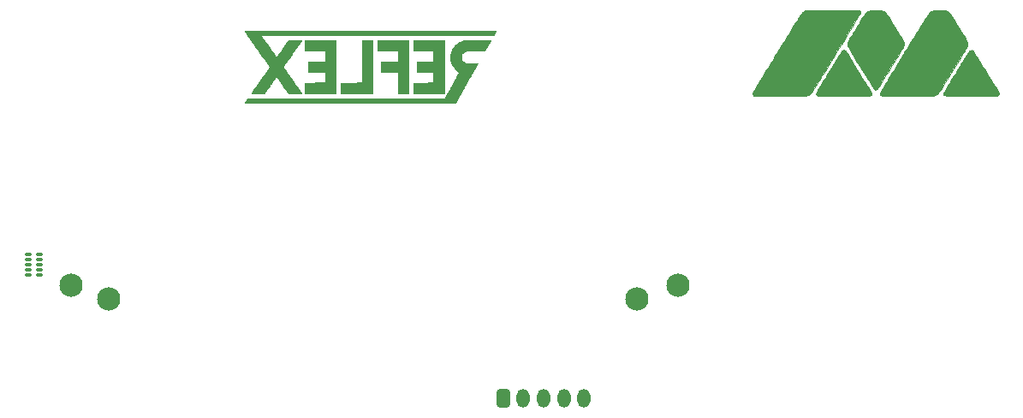
<source format=gbr>
%TF.GenerationSoftware,KiCad,Pcbnew,7.0.9*%
%TF.CreationDate,2023-12-20T17:33:09-07:00*%
%TF.ProjectId,vb_controller_pcb,76625f63-6f6e-4747-926f-6c6c65725f70,4a*%
%TF.SameCoordinates,Original*%
%TF.FileFunction,Soldermask,Bot*%
%TF.FilePolarity,Negative*%
%FSLAX46Y46*%
G04 Gerber Fmt 4.6, Leading zero omitted, Abs format (unit mm)*
G04 Created by KiCad (PCBNEW 7.0.9) date 2023-12-20 17:33:09*
%MOMM*%
%LPD*%
G01*
G04 APERTURE LIST*
G04 Aperture macros list*
%AMRoundRect*
0 Rectangle with rounded corners*
0 $1 Rounding radius*
0 $2 $3 $4 $5 $6 $7 $8 $9 X,Y pos of 4 corners*
0 Add a 4 corners polygon primitive as box body*
4,1,4,$2,$3,$4,$5,$6,$7,$8,$9,$2,$3,0*
0 Add four circle primitives for the rounded corners*
1,1,$1+$1,$2,$3*
1,1,$1+$1,$4,$5*
1,1,$1+$1,$6,$7*
1,1,$1+$1,$8,$9*
0 Add four rect primitives between the rounded corners*
20,1,$1+$1,$2,$3,$4,$5,0*
20,1,$1+$1,$4,$5,$6,$7,0*
20,1,$1+$1,$6,$7,$8,$9,0*
20,1,$1+$1,$8,$9,$2,$3,0*%
G04 Aperture macros list end*
%ADD10C,0.010000*%
%ADD11C,2.301600*%
%ADD12O,0.801600X0.301600*%
%ADD13RoundRect,0.300800X-0.350000X-0.625000X0.350000X-0.625000X0.350000X0.625000X-0.350000X0.625000X0*%
%ADD14O,1.301600X1.851600*%
G04 APERTURE END LIST*
%TO.C,Ref\u002A\u002A*%
D10*
X211719838Y-114572642D02*
X211737100Y-114589849D01*
X211765162Y-114625657D01*
X211804879Y-114681483D01*
X211857185Y-114758798D01*
X211923016Y-114859074D01*
X212003305Y-114983782D01*
X212098989Y-115134394D01*
X212211001Y-115312382D01*
X212340278Y-115519218D01*
X212487753Y-115756372D01*
X212654362Y-116025317D01*
X212841039Y-116327524D01*
X213048720Y-116664465D01*
X213103050Y-116752726D01*
X213267137Y-117019736D01*
X213424761Y-117276894D01*
X213574486Y-117521824D01*
X213714875Y-117752147D01*
X213844492Y-117965486D01*
X213961898Y-118159464D01*
X214065658Y-118331703D01*
X214154334Y-118479826D01*
X214226490Y-118601455D01*
X214280688Y-118694212D01*
X214315493Y-118755722D01*
X214329467Y-118783605D01*
X214333906Y-118800449D01*
X214334920Y-118888291D01*
X214296568Y-118962484D01*
X214220430Y-119019612D01*
X214208237Y-119024910D01*
X214191677Y-119029887D01*
X214169015Y-119034301D01*
X214137986Y-119038179D01*
X214096326Y-119041549D01*
X214041771Y-119044437D01*
X213972055Y-119046871D01*
X213884916Y-119048877D01*
X213778088Y-119050482D01*
X213649306Y-119051715D01*
X213496307Y-119052600D01*
X213316826Y-119053166D01*
X213108598Y-119053439D01*
X212869359Y-119053447D01*
X212596845Y-119053216D01*
X212288791Y-119052774D01*
X211942933Y-119052147D01*
X211557006Y-119051362D01*
X208967642Y-119045923D01*
X208905881Y-118976797D01*
X208877103Y-118939885D01*
X208848357Y-118869229D01*
X208853663Y-118790650D01*
X208892590Y-118694968D01*
X208893437Y-118693349D01*
X208917717Y-118650409D01*
X208961817Y-118575765D01*
X209023989Y-118472243D01*
X209102484Y-118342665D01*
X209195555Y-118189856D01*
X209301452Y-118016641D01*
X209418426Y-117825844D01*
X209544731Y-117620289D01*
X209678615Y-117402800D01*
X209818333Y-117176202D01*
X209962133Y-116943319D01*
X210108269Y-116706976D01*
X210254992Y-116469996D01*
X210400552Y-116235204D01*
X210543203Y-116005424D01*
X210681194Y-115783481D01*
X210812777Y-115572199D01*
X210936204Y-115374401D01*
X211049727Y-115192913D01*
X211151596Y-115030559D01*
X211240064Y-114890163D01*
X211313381Y-114774549D01*
X211369799Y-114686542D01*
X211407570Y-114628966D01*
X211424945Y-114604645D01*
X211455948Y-114577442D01*
X211541280Y-114537077D01*
X211632288Y-114535146D01*
X211719838Y-114572642D01*
G36*
X211719838Y-114572642D02*
G01*
X211737100Y-114589849D01*
X211765162Y-114625657D01*
X211804879Y-114681483D01*
X211857185Y-114758798D01*
X211923016Y-114859074D01*
X212003305Y-114983782D01*
X212098989Y-115134394D01*
X212211001Y-115312382D01*
X212340278Y-115519218D01*
X212487753Y-115756372D01*
X212654362Y-116025317D01*
X212841039Y-116327524D01*
X213048720Y-116664465D01*
X213103050Y-116752726D01*
X213267137Y-117019736D01*
X213424761Y-117276894D01*
X213574486Y-117521824D01*
X213714875Y-117752147D01*
X213844492Y-117965486D01*
X213961898Y-118159464D01*
X214065658Y-118331703D01*
X214154334Y-118479826D01*
X214226490Y-118601455D01*
X214280688Y-118694212D01*
X214315493Y-118755722D01*
X214329467Y-118783605D01*
X214333906Y-118800449D01*
X214334920Y-118888291D01*
X214296568Y-118962484D01*
X214220430Y-119019612D01*
X214208237Y-119024910D01*
X214191677Y-119029887D01*
X214169015Y-119034301D01*
X214137986Y-119038179D01*
X214096326Y-119041549D01*
X214041771Y-119044437D01*
X213972055Y-119046871D01*
X213884916Y-119048877D01*
X213778088Y-119050482D01*
X213649306Y-119051715D01*
X213496307Y-119052600D01*
X213316826Y-119053166D01*
X213108598Y-119053439D01*
X212869359Y-119053447D01*
X212596845Y-119053216D01*
X212288791Y-119052774D01*
X211942933Y-119052147D01*
X211557006Y-119051362D01*
X208967642Y-119045923D01*
X208905881Y-118976797D01*
X208877103Y-118939885D01*
X208848357Y-118869229D01*
X208853663Y-118790650D01*
X208892590Y-118694968D01*
X208893437Y-118693349D01*
X208917717Y-118650409D01*
X208961817Y-118575765D01*
X209023989Y-118472243D01*
X209102484Y-118342665D01*
X209195555Y-118189856D01*
X209301452Y-118016641D01*
X209418426Y-117825844D01*
X209544731Y-117620289D01*
X209678615Y-117402800D01*
X209818333Y-117176202D01*
X209962133Y-116943319D01*
X210108269Y-116706976D01*
X210254992Y-116469996D01*
X210400552Y-116235204D01*
X210543203Y-116005424D01*
X210681194Y-115783481D01*
X210812777Y-115572199D01*
X210936204Y-115374401D01*
X211049727Y-115192913D01*
X211151596Y-115030559D01*
X211240064Y-114890163D01*
X211313381Y-114774549D01*
X211369799Y-114686542D01*
X211407570Y-114628966D01*
X211424945Y-114604645D01*
X211455948Y-114577442D01*
X211541280Y-114537077D01*
X211632288Y-114535146D01*
X211719838Y-114572642D01*
G37*
X224283946Y-114552964D02*
X224366106Y-114618305D01*
X224373494Y-114627650D01*
X224404598Y-114672790D01*
X224454909Y-114749649D01*
X224522694Y-114855406D01*
X224606222Y-114987245D01*
X224703760Y-115142344D01*
X224813576Y-115317886D01*
X224933936Y-115511051D01*
X225063108Y-115719020D01*
X225199361Y-115938974D01*
X225340961Y-116168095D01*
X225486176Y-116403562D01*
X225633273Y-116642557D01*
X225780521Y-116882261D01*
X225926186Y-117119855D01*
X226068536Y-117352520D01*
X226205838Y-117577437D01*
X226336361Y-117791786D01*
X226458371Y-117992749D01*
X226570136Y-118177507D01*
X226669924Y-118343240D01*
X226756002Y-118487130D01*
X226826638Y-118606357D01*
X226880099Y-118698103D01*
X226914653Y-118759548D01*
X226928566Y-118787873D01*
X226932719Y-118804769D01*
X226932843Y-118891026D01*
X226893383Y-118962481D01*
X226814192Y-119019431D01*
X226805306Y-119023434D01*
X226789555Y-119028578D01*
X226767988Y-119033162D01*
X226738323Y-119037215D01*
X226698277Y-119040772D01*
X226645567Y-119043865D01*
X226577913Y-119046525D01*
X226493030Y-119048784D01*
X226388637Y-119050676D01*
X226262452Y-119052232D01*
X226112192Y-119053485D01*
X225935575Y-119054467D01*
X225730319Y-119055210D01*
X225494141Y-119055747D01*
X225224759Y-119056109D01*
X224919891Y-119056329D01*
X224577254Y-119056440D01*
X224194566Y-119056473D01*
X224111366Y-119056475D01*
X223730214Y-119056504D01*
X223388699Y-119056491D01*
X223084585Y-119056341D01*
X222815634Y-119055960D01*
X222579609Y-119055255D01*
X222374272Y-119054130D01*
X222197387Y-119052491D01*
X222046715Y-119050243D01*
X221920020Y-119047293D01*
X221815065Y-119043545D01*
X221729611Y-119038905D01*
X221661423Y-119033280D01*
X221608262Y-119026574D01*
X221567892Y-119018693D01*
X221538075Y-119009543D01*
X221516573Y-118999029D01*
X221501150Y-118987057D01*
X221489569Y-118973532D01*
X221479591Y-118958360D01*
X221468981Y-118941447D01*
X221447503Y-118894574D01*
X221445029Y-118811495D01*
X221450684Y-118797483D01*
X221476791Y-118747954D01*
X221522462Y-118667104D01*
X221585981Y-118557734D01*
X221665630Y-118422646D01*
X221759692Y-118264642D01*
X221866448Y-118086523D01*
X221984183Y-117891091D01*
X222111177Y-117681147D01*
X222245714Y-117459493D01*
X222386076Y-117228932D01*
X222530546Y-116992264D01*
X222677407Y-116752291D01*
X222824940Y-116511814D01*
X222971428Y-116273637D01*
X223115155Y-116040559D01*
X223254402Y-115815384D01*
X223387451Y-115600911D01*
X223512587Y-115399944D01*
X223628090Y-115215284D01*
X223732244Y-115049732D01*
X223823331Y-114906091D01*
X223899634Y-114787161D01*
X223959435Y-114695744D01*
X224001017Y-114634643D01*
X224022662Y-114606658D01*
X224108612Y-114547537D01*
X224197086Y-114529340D01*
X224283946Y-114552964D01*
G36*
X224283946Y-114552964D02*
G01*
X224366106Y-114618305D01*
X224373494Y-114627650D01*
X224404598Y-114672790D01*
X224454909Y-114749649D01*
X224522694Y-114855406D01*
X224606222Y-114987245D01*
X224703760Y-115142344D01*
X224813576Y-115317886D01*
X224933936Y-115511051D01*
X225063108Y-115719020D01*
X225199361Y-115938974D01*
X225340961Y-116168095D01*
X225486176Y-116403562D01*
X225633273Y-116642557D01*
X225780521Y-116882261D01*
X225926186Y-117119855D01*
X226068536Y-117352520D01*
X226205838Y-117577437D01*
X226336361Y-117791786D01*
X226458371Y-117992749D01*
X226570136Y-118177507D01*
X226669924Y-118343240D01*
X226756002Y-118487130D01*
X226826638Y-118606357D01*
X226880099Y-118698103D01*
X226914653Y-118759548D01*
X226928566Y-118787873D01*
X226932719Y-118804769D01*
X226932843Y-118891026D01*
X226893383Y-118962481D01*
X226814192Y-119019431D01*
X226805306Y-119023434D01*
X226789555Y-119028578D01*
X226767988Y-119033162D01*
X226738323Y-119037215D01*
X226698277Y-119040772D01*
X226645567Y-119043865D01*
X226577913Y-119046525D01*
X226493030Y-119048784D01*
X226388637Y-119050676D01*
X226262452Y-119052232D01*
X226112192Y-119053485D01*
X225935575Y-119054467D01*
X225730319Y-119055210D01*
X225494141Y-119055747D01*
X225224759Y-119056109D01*
X224919891Y-119056329D01*
X224577254Y-119056440D01*
X224194566Y-119056473D01*
X224111366Y-119056475D01*
X223730214Y-119056504D01*
X223388699Y-119056491D01*
X223084585Y-119056341D01*
X222815634Y-119055960D01*
X222579609Y-119055255D01*
X222374272Y-119054130D01*
X222197387Y-119052491D01*
X222046715Y-119050243D01*
X221920020Y-119047293D01*
X221815065Y-119043545D01*
X221729611Y-119038905D01*
X221661423Y-119033280D01*
X221608262Y-119026574D01*
X221567892Y-119018693D01*
X221538075Y-119009543D01*
X221516573Y-118999029D01*
X221501150Y-118987057D01*
X221489569Y-118973532D01*
X221479591Y-118958360D01*
X221468981Y-118941447D01*
X221447503Y-118894574D01*
X221445029Y-118811495D01*
X221450684Y-118797483D01*
X221476791Y-118747954D01*
X221522462Y-118667104D01*
X221585981Y-118557734D01*
X221665630Y-118422646D01*
X221759692Y-118264642D01*
X221866448Y-118086523D01*
X221984183Y-117891091D01*
X222111177Y-117681147D01*
X222245714Y-117459493D01*
X222386076Y-117228932D01*
X222530546Y-116992264D01*
X222677407Y-116752291D01*
X222824940Y-116511814D01*
X222971428Y-116273637D01*
X223115155Y-116040559D01*
X223254402Y-115815384D01*
X223387451Y-115600911D01*
X223512587Y-115399944D01*
X223628090Y-115215284D01*
X223732244Y-115049732D01*
X223823331Y-114906091D01*
X223899634Y-114787161D01*
X223959435Y-114695744D01*
X224001017Y-114634643D01*
X224022662Y-114606658D01*
X224108612Y-114547537D01*
X224197086Y-114529340D01*
X224283946Y-114552964D01*
G37*
X209757748Y-110590990D02*
X210106023Y-110591198D01*
X210494276Y-110591466D01*
X210570863Y-110591519D01*
X210969931Y-110591931D01*
X211328634Y-110592555D01*
X211648639Y-110593408D01*
X211931615Y-110594507D01*
X212179227Y-110595870D01*
X212393143Y-110597514D01*
X212575029Y-110599456D01*
X212726554Y-110601714D01*
X212849383Y-110604304D01*
X212945185Y-110607244D01*
X213015625Y-110610551D01*
X213062372Y-110614243D01*
X213087092Y-110618337D01*
X213134111Y-110637598D01*
X213201571Y-110694192D01*
X213235288Y-110770751D01*
X213231204Y-110860462D01*
X213227281Y-110868633D01*
X213203530Y-110910529D01*
X213159442Y-110985367D01*
X213096254Y-111091133D01*
X213015200Y-111225814D01*
X212917518Y-111387396D01*
X212804443Y-111573865D01*
X212677211Y-111783208D01*
X212537058Y-112013410D01*
X212385221Y-112262459D01*
X212222934Y-112528340D01*
X212051434Y-112809040D01*
X211871958Y-113102545D01*
X211685740Y-113406842D01*
X211494018Y-113719916D01*
X211298026Y-114039754D01*
X211099001Y-114364343D01*
X210898179Y-114691668D01*
X210696796Y-115019717D01*
X210496088Y-115346474D01*
X210297290Y-115669928D01*
X210101640Y-115988063D01*
X209910372Y-116298866D01*
X209724723Y-116600324D01*
X209545928Y-116890423D01*
X209375225Y-117167149D01*
X209213848Y-117428488D01*
X209063033Y-117672428D01*
X208924017Y-117896953D01*
X208798036Y-118100051D01*
X208686326Y-118279707D01*
X208590122Y-118433909D01*
X208510660Y-118560642D01*
X208449177Y-118657892D01*
X208406909Y-118723647D01*
X208385090Y-118755892D01*
X208315872Y-118827344D01*
X208215906Y-118901479D01*
X208100673Y-118966856D01*
X207983571Y-119014837D01*
X207977878Y-119016632D01*
X207957675Y-119022350D01*
X207934535Y-119027454D01*
X207906139Y-119031974D01*
X207870172Y-119035939D01*
X207824315Y-119039381D01*
X207766250Y-119042329D01*
X207693661Y-119044813D01*
X207604231Y-119046864D01*
X207495641Y-119048512D01*
X207365574Y-119049788D01*
X207211713Y-119050721D01*
X207031741Y-119051342D01*
X206823340Y-119051681D01*
X206584193Y-119051768D01*
X206311982Y-119051634D01*
X206004390Y-119051308D01*
X205659100Y-119050822D01*
X205273794Y-119050205D01*
X202687717Y-119045923D01*
X202627960Y-119001459D01*
X202577733Y-118939799D01*
X202558013Y-118856516D01*
X202569715Y-118760014D01*
X202613181Y-118658272D01*
X202625816Y-118637347D01*
X202660376Y-118580763D01*
X202715194Y-118491308D01*
X202789212Y-118370698D01*
X202881374Y-118220651D01*
X202990624Y-118042884D01*
X203115906Y-117839114D01*
X203256162Y-117611059D01*
X203410337Y-117360437D01*
X203577373Y-117088963D01*
X203756215Y-116798357D01*
X203945807Y-116490334D01*
X204145091Y-116166613D01*
X204353011Y-115828911D01*
X204568510Y-115478945D01*
X204790533Y-115118432D01*
X205018023Y-114749089D01*
X205263907Y-114350132D01*
X205511081Y-113949555D01*
X205747186Y-113567410D01*
X205971433Y-113204958D01*
X206183035Y-112863463D01*
X206381203Y-112544186D01*
X206565150Y-112248391D01*
X206734088Y-111977339D01*
X206887228Y-111732294D01*
X207023784Y-111514517D01*
X207142966Y-111325272D01*
X207243987Y-111165821D01*
X207326060Y-111037425D01*
X207388395Y-110941349D01*
X207430206Y-110878854D01*
X207450704Y-110851203D01*
X207483592Y-110820076D01*
X207561269Y-110757749D01*
X207636287Y-110709025D01*
X207638283Y-110707937D01*
X207669956Y-110690497D01*
X207699186Y-110674861D01*
X207728332Y-110660933D01*
X207759748Y-110648615D01*
X207795793Y-110637811D01*
X207838822Y-110628424D01*
X207891191Y-110620356D01*
X207955258Y-110613511D01*
X208033380Y-110607792D01*
X208127912Y-110603102D01*
X208241211Y-110599344D01*
X208375635Y-110596421D01*
X208533539Y-110594236D01*
X208717280Y-110592692D01*
X208929215Y-110591692D01*
X209171700Y-110591140D01*
X209447092Y-110590938D01*
X209757748Y-110590990D01*
G36*
X209757748Y-110590990D02*
G01*
X210106023Y-110591198D01*
X210494276Y-110591466D01*
X210570863Y-110591519D01*
X210969931Y-110591931D01*
X211328634Y-110592555D01*
X211648639Y-110593408D01*
X211931615Y-110594507D01*
X212179227Y-110595870D01*
X212393143Y-110597514D01*
X212575029Y-110599456D01*
X212726554Y-110601714D01*
X212849383Y-110604304D01*
X212945185Y-110607244D01*
X213015625Y-110610551D01*
X213062372Y-110614243D01*
X213087092Y-110618337D01*
X213134111Y-110637598D01*
X213201571Y-110694192D01*
X213235288Y-110770751D01*
X213231204Y-110860462D01*
X213227281Y-110868633D01*
X213203530Y-110910529D01*
X213159442Y-110985367D01*
X213096254Y-111091133D01*
X213015200Y-111225814D01*
X212917518Y-111387396D01*
X212804443Y-111573865D01*
X212677211Y-111783208D01*
X212537058Y-112013410D01*
X212385221Y-112262459D01*
X212222934Y-112528340D01*
X212051434Y-112809040D01*
X211871958Y-113102545D01*
X211685740Y-113406842D01*
X211494018Y-113719916D01*
X211298026Y-114039754D01*
X211099001Y-114364343D01*
X210898179Y-114691668D01*
X210696796Y-115019717D01*
X210496088Y-115346474D01*
X210297290Y-115669928D01*
X210101640Y-115988063D01*
X209910372Y-116298866D01*
X209724723Y-116600324D01*
X209545928Y-116890423D01*
X209375225Y-117167149D01*
X209213848Y-117428488D01*
X209063033Y-117672428D01*
X208924017Y-117896953D01*
X208798036Y-118100051D01*
X208686326Y-118279707D01*
X208590122Y-118433909D01*
X208510660Y-118560642D01*
X208449177Y-118657892D01*
X208406909Y-118723647D01*
X208385090Y-118755892D01*
X208315872Y-118827344D01*
X208215906Y-118901479D01*
X208100673Y-118966856D01*
X207983571Y-119014837D01*
X207977878Y-119016632D01*
X207957675Y-119022350D01*
X207934535Y-119027454D01*
X207906139Y-119031974D01*
X207870172Y-119035939D01*
X207824315Y-119039381D01*
X207766250Y-119042329D01*
X207693661Y-119044813D01*
X207604231Y-119046864D01*
X207495641Y-119048512D01*
X207365574Y-119049788D01*
X207211713Y-119050721D01*
X207031741Y-119051342D01*
X206823340Y-119051681D01*
X206584193Y-119051768D01*
X206311982Y-119051634D01*
X206004390Y-119051308D01*
X205659100Y-119050822D01*
X205273794Y-119050205D01*
X202687717Y-119045923D01*
X202627960Y-119001459D01*
X202577733Y-118939799D01*
X202558013Y-118856516D01*
X202569715Y-118760014D01*
X202613181Y-118658272D01*
X202625816Y-118637347D01*
X202660376Y-118580763D01*
X202715194Y-118491308D01*
X202789212Y-118370698D01*
X202881374Y-118220651D01*
X202990624Y-118042884D01*
X203115906Y-117839114D01*
X203256162Y-117611059D01*
X203410337Y-117360437D01*
X203577373Y-117088963D01*
X203756215Y-116798357D01*
X203945807Y-116490334D01*
X204145091Y-116166613D01*
X204353011Y-115828911D01*
X204568510Y-115478945D01*
X204790533Y-115118432D01*
X205018023Y-114749089D01*
X205263907Y-114350132D01*
X205511081Y-113949555D01*
X205747186Y-113567410D01*
X205971433Y-113204958D01*
X206183035Y-112863463D01*
X206381203Y-112544186D01*
X206565150Y-112248391D01*
X206734088Y-111977339D01*
X206887228Y-111732294D01*
X207023784Y-111514517D01*
X207142966Y-111325272D01*
X207243987Y-111165821D01*
X207326060Y-111037425D01*
X207388395Y-110941349D01*
X207430206Y-110878854D01*
X207450704Y-110851203D01*
X207483592Y-110820076D01*
X207561269Y-110757749D01*
X207636287Y-110709025D01*
X207638283Y-110707937D01*
X207669956Y-110690497D01*
X207699186Y-110674861D01*
X207728332Y-110660933D01*
X207759748Y-110648615D01*
X207795793Y-110637811D01*
X207838822Y-110628424D01*
X207891191Y-110620356D01*
X207955258Y-110613511D01*
X208033380Y-110607792D01*
X208127912Y-110603102D01*
X208241211Y-110599344D01*
X208375635Y-110596421D01*
X208533539Y-110594236D01*
X208717280Y-110592692D01*
X208929215Y-110591692D01*
X209171700Y-110591140D01*
X209447092Y-110590938D01*
X209757748Y-110590990D01*
G37*
X215076634Y-110595205D02*
X215191517Y-110602466D01*
X215286051Y-110614743D01*
X215366454Y-110632721D01*
X215438948Y-110657082D01*
X215509752Y-110688510D01*
X215537630Y-110702481D01*
X215577723Y-110724724D01*
X215616235Y-110750209D01*
X215654980Y-110781467D01*
X215695777Y-110821028D01*
X215740441Y-110871426D01*
X215790788Y-110935190D01*
X215848636Y-111014852D01*
X215915801Y-111112944D01*
X215994100Y-111231996D01*
X216085349Y-111374539D01*
X216191364Y-111543106D01*
X216313962Y-111740227D01*
X216454960Y-111968433D01*
X216616173Y-112230256D01*
X216716445Y-112393353D01*
X216844732Y-112602322D01*
X216966095Y-112800349D01*
X217078622Y-112984296D01*
X217180401Y-113151028D01*
X217269520Y-113297407D01*
X217344069Y-113420298D01*
X217402135Y-113516563D01*
X217441806Y-113583067D01*
X217461172Y-113616673D01*
X217477837Y-113650099D01*
X217495502Y-113698224D01*
X217505829Y-113753887D01*
X217510668Y-113828675D01*
X217511870Y-113934173D01*
X217511565Y-113993151D01*
X217508538Y-114082609D01*
X217500863Y-114146819D01*
X217486825Y-114197063D01*
X217464711Y-114244624D01*
X217463569Y-114246748D01*
X217434919Y-114297119D01*
X217386803Y-114378519D01*
X217320957Y-114488154D01*
X217239115Y-114623226D01*
X217143010Y-114780941D01*
X217034378Y-114958502D01*
X216914953Y-115153113D01*
X216786468Y-115361980D01*
X216650659Y-115582304D01*
X216509259Y-115811292D01*
X216364003Y-116046147D01*
X216216625Y-116284073D01*
X216068859Y-116522274D01*
X215922441Y-116757955D01*
X215779103Y-116988319D01*
X215640581Y-117210571D01*
X215508608Y-117421914D01*
X215384919Y-117619554D01*
X215271248Y-117800694D01*
X215169330Y-117962537D01*
X215080899Y-118102290D01*
X215007689Y-118217154D01*
X214951435Y-118304335D01*
X214913870Y-118361037D01*
X214896729Y-118384464D01*
X214894374Y-118386607D01*
X214813185Y-118432947D01*
X214719964Y-118441316D01*
X214622669Y-118410947D01*
X214615334Y-118407187D01*
X214606219Y-118401980D01*
X214596435Y-118394712D01*
X214584850Y-118383595D01*
X214570330Y-118366840D01*
X214551740Y-118342659D01*
X214527947Y-118309263D01*
X214497818Y-118264864D01*
X214460219Y-118207673D01*
X214414017Y-118135903D01*
X214358077Y-118047764D01*
X214291266Y-117941468D01*
X214212451Y-117815227D01*
X214120498Y-117667253D01*
X214014273Y-117495756D01*
X213892643Y-117298949D01*
X213754474Y-117075043D01*
X213598632Y-116822249D01*
X213423984Y-116538780D01*
X213229397Y-116222847D01*
X213013735Y-115872661D01*
X212929011Y-115735071D01*
X212761784Y-115463275D01*
X212614884Y-115223963D01*
X212486996Y-115014725D01*
X212376802Y-114833149D01*
X212282988Y-114676823D01*
X212204236Y-114543337D01*
X212139231Y-114430278D01*
X212086656Y-114335237D01*
X212045196Y-114255802D01*
X212013534Y-114189561D01*
X211990355Y-114134103D01*
X211974341Y-114087018D01*
X211964176Y-114045893D01*
X211958546Y-114008318D01*
X211956132Y-113971882D01*
X211955620Y-113934173D01*
X211955621Y-113933289D01*
X211956304Y-113892189D01*
X211959274Y-113852513D01*
X211965958Y-113811587D01*
X211977785Y-113766741D01*
X211996186Y-113715301D01*
X212022588Y-113654596D01*
X212058422Y-113581952D01*
X212105115Y-113494699D01*
X212164098Y-113390163D01*
X212236799Y-113265673D01*
X212324647Y-113118556D01*
X212429072Y-112946140D01*
X212551502Y-112745753D01*
X212693366Y-112514721D01*
X212856095Y-112250374D01*
X212966131Y-112071804D01*
X213110492Y-111837874D01*
X213235571Y-111635797D01*
X213343033Y-111463036D01*
X213434546Y-111317051D01*
X213511775Y-111195306D01*
X213576387Y-111095263D01*
X213630048Y-111014382D01*
X213674426Y-110950127D01*
X213711186Y-110899958D01*
X213741996Y-110861338D01*
X213768521Y-110831730D01*
X213792428Y-110808594D01*
X213815383Y-110789393D01*
X213838870Y-110771135D01*
X213908773Y-110720290D01*
X213974593Y-110680743D01*
X214042960Y-110650957D01*
X214120505Y-110629393D01*
X214213859Y-110614512D01*
X214329651Y-110604778D01*
X214474513Y-110598650D01*
X214655074Y-110594592D01*
X214760933Y-110592997D01*
X214935179Y-110592276D01*
X215076634Y-110595205D01*
G36*
X215076634Y-110595205D02*
G01*
X215191517Y-110602466D01*
X215286051Y-110614743D01*
X215366454Y-110632721D01*
X215438948Y-110657082D01*
X215509752Y-110688510D01*
X215537630Y-110702481D01*
X215577723Y-110724724D01*
X215616235Y-110750209D01*
X215654980Y-110781467D01*
X215695777Y-110821028D01*
X215740441Y-110871426D01*
X215790788Y-110935190D01*
X215848636Y-111014852D01*
X215915801Y-111112944D01*
X215994100Y-111231996D01*
X216085349Y-111374539D01*
X216191364Y-111543106D01*
X216313962Y-111740227D01*
X216454960Y-111968433D01*
X216616173Y-112230256D01*
X216716445Y-112393353D01*
X216844732Y-112602322D01*
X216966095Y-112800349D01*
X217078622Y-112984296D01*
X217180401Y-113151028D01*
X217269520Y-113297407D01*
X217344069Y-113420298D01*
X217402135Y-113516563D01*
X217441806Y-113583067D01*
X217461172Y-113616673D01*
X217477837Y-113650099D01*
X217495502Y-113698224D01*
X217505829Y-113753887D01*
X217510668Y-113828675D01*
X217511870Y-113934173D01*
X217511565Y-113993151D01*
X217508538Y-114082609D01*
X217500863Y-114146819D01*
X217486825Y-114197063D01*
X217464711Y-114244624D01*
X217463569Y-114246748D01*
X217434919Y-114297119D01*
X217386803Y-114378519D01*
X217320957Y-114488154D01*
X217239115Y-114623226D01*
X217143010Y-114780941D01*
X217034378Y-114958502D01*
X216914953Y-115153113D01*
X216786468Y-115361980D01*
X216650659Y-115582304D01*
X216509259Y-115811292D01*
X216364003Y-116046147D01*
X216216625Y-116284073D01*
X216068859Y-116522274D01*
X215922441Y-116757955D01*
X215779103Y-116988319D01*
X215640581Y-117210571D01*
X215508608Y-117421914D01*
X215384919Y-117619554D01*
X215271248Y-117800694D01*
X215169330Y-117962537D01*
X215080899Y-118102290D01*
X215007689Y-118217154D01*
X214951435Y-118304335D01*
X214913870Y-118361037D01*
X214896729Y-118384464D01*
X214894374Y-118386607D01*
X214813185Y-118432947D01*
X214719964Y-118441316D01*
X214622669Y-118410947D01*
X214615334Y-118407187D01*
X214606219Y-118401980D01*
X214596435Y-118394712D01*
X214584850Y-118383595D01*
X214570330Y-118366840D01*
X214551740Y-118342659D01*
X214527947Y-118309263D01*
X214497818Y-118264864D01*
X214460219Y-118207673D01*
X214414017Y-118135903D01*
X214358077Y-118047764D01*
X214291266Y-117941468D01*
X214212451Y-117815227D01*
X214120498Y-117667253D01*
X214014273Y-117495756D01*
X213892643Y-117298949D01*
X213754474Y-117075043D01*
X213598632Y-116822249D01*
X213423984Y-116538780D01*
X213229397Y-116222847D01*
X213013735Y-115872661D01*
X212929011Y-115735071D01*
X212761784Y-115463275D01*
X212614884Y-115223963D01*
X212486996Y-115014725D01*
X212376802Y-114833149D01*
X212282988Y-114676823D01*
X212204236Y-114543337D01*
X212139231Y-114430278D01*
X212086656Y-114335237D01*
X212045196Y-114255802D01*
X212013534Y-114189561D01*
X211990355Y-114134103D01*
X211974341Y-114087018D01*
X211964176Y-114045893D01*
X211958546Y-114008318D01*
X211956132Y-113971882D01*
X211955620Y-113934173D01*
X211955621Y-113933289D01*
X211956304Y-113892189D01*
X211959274Y-113852513D01*
X211965958Y-113811587D01*
X211977785Y-113766741D01*
X211996186Y-113715301D01*
X212022588Y-113654596D01*
X212058422Y-113581952D01*
X212105115Y-113494699D01*
X212164098Y-113390163D01*
X212236799Y-113265673D01*
X212324647Y-113118556D01*
X212429072Y-112946140D01*
X212551502Y-112745753D01*
X212693366Y-112514721D01*
X212856095Y-112250374D01*
X212966131Y-112071804D01*
X213110492Y-111837874D01*
X213235571Y-111635797D01*
X213343033Y-111463036D01*
X213434546Y-111317051D01*
X213511775Y-111195306D01*
X213576387Y-111095263D01*
X213630048Y-111014382D01*
X213674426Y-110950127D01*
X213711186Y-110899958D01*
X213741996Y-110861338D01*
X213768521Y-110831730D01*
X213792428Y-110808594D01*
X213815383Y-110789393D01*
X213838870Y-110771135D01*
X213908773Y-110720290D01*
X213974593Y-110680743D01*
X214042960Y-110650957D01*
X214120505Y-110629393D01*
X214213859Y-110614512D01*
X214329651Y-110604778D01*
X214474513Y-110598650D01*
X214655074Y-110594592D01*
X214760933Y-110592997D01*
X214935179Y-110592276D01*
X215076634Y-110595205D01*
G37*
X221171192Y-110591349D02*
X221309107Y-110594158D01*
X221430789Y-110598826D01*
X221527550Y-110605332D01*
X221590704Y-110613657D01*
X221652091Y-110629571D01*
X221790331Y-110683271D01*
X221920644Y-110755786D01*
X222025833Y-110838238D01*
X222034472Y-110848010D01*
X222069540Y-110895610D01*
X222124373Y-110976137D01*
X222197493Y-111087274D01*
X222287421Y-111226704D01*
X222392679Y-111392109D01*
X222511789Y-111581173D01*
X222643272Y-111791578D01*
X222785650Y-112021008D01*
X222937445Y-112267145D01*
X223061973Y-112469767D01*
X223208156Y-112708138D01*
X223334558Y-112915223D01*
X223442612Y-113093700D01*
X223533751Y-113246244D01*
X223609408Y-113375531D01*
X223671018Y-113484238D01*
X223720011Y-113575042D01*
X223757823Y-113650618D01*
X223785885Y-113713643D01*
X223805632Y-113766793D01*
X223818495Y-113812745D01*
X223825909Y-113854175D01*
X223829307Y-113893758D01*
X223830120Y-113934173D01*
X223830075Y-113947595D01*
X223829227Y-113978371D01*
X223826428Y-114009275D01*
X223820554Y-114042303D01*
X223810480Y-114079451D01*
X223795081Y-114122715D01*
X223773231Y-114174088D01*
X223743806Y-114235568D01*
X223705680Y-114309148D01*
X223657730Y-114396825D01*
X223598829Y-114500594D01*
X223527853Y-114622450D01*
X223443677Y-114764389D01*
X223345175Y-114928406D01*
X223231224Y-115116496D01*
X223100697Y-115330654D01*
X222952471Y-115572877D01*
X222785419Y-115845158D01*
X222598417Y-116149495D01*
X222390340Y-116487881D01*
X222368526Y-116523348D01*
X222148940Y-116880030D01*
X221950362Y-117201910D01*
X221771972Y-117490287D01*
X221612948Y-117746460D01*
X221472470Y-117971727D01*
X221349715Y-118167389D01*
X221243863Y-118334744D01*
X221154092Y-118475090D01*
X221079581Y-118589728D01*
X221019508Y-118679957D01*
X220973053Y-118747074D01*
X220939394Y-118792380D01*
X220917709Y-118817174D01*
X220861315Y-118864315D01*
X220750622Y-118937469D01*
X220631638Y-118997974D01*
X220522164Y-119035982D01*
X220504554Y-119037509D01*
X220445729Y-119039563D01*
X220349196Y-119041561D01*
X220217625Y-119043484D01*
X220053686Y-119045313D01*
X219860052Y-119047031D01*
X219639393Y-119048617D01*
X219394379Y-119050053D01*
X219127683Y-119051322D01*
X218841974Y-119052403D01*
X218539923Y-119053279D01*
X218224203Y-119053931D01*
X217897482Y-119054339D01*
X217877172Y-119054356D01*
X217488354Y-119054697D01*
X217139541Y-119054961D01*
X216828515Y-119055066D01*
X216553057Y-119054926D01*
X216310948Y-119054457D01*
X216099971Y-119053573D01*
X215917906Y-119052189D01*
X215762535Y-119050222D01*
X215631641Y-119047586D01*
X215523003Y-119044197D01*
X215434404Y-119039969D01*
X215363625Y-119034819D01*
X215308449Y-119028660D01*
X215266655Y-119021409D01*
X215236026Y-119012980D01*
X215214343Y-119003290D01*
X215199388Y-118992252D01*
X215188943Y-118979782D01*
X215180788Y-118965796D01*
X215172706Y-118950209D01*
X215167961Y-118941661D01*
X215160494Y-118928370D01*
X215154302Y-118915026D01*
X215150222Y-118900187D01*
X215149090Y-118882414D01*
X215151740Y-118860267D01*
X215159010Y-118832304D01*
X215171735Y-118797085D01*
X215190751Y-118753171D01*
X215216893Y-118699120D01*
X215250998Y-118633493D01*
X215293902Y-118554850D01*
X215346440Y-118461749D01*
X215409449Y-118352750D01*
X215483764Y-118226414D01*
X215570222Y-118081300D01*
X215669657Y-117915967D01*
X215782907Y-117728976D01*
X215910806Y-117518886D01*
X216054191Y-117284256D01*
X216213898Y-117023646D01*
X216390762Y-116735616D01*
X216585621Y-116418726D01*
X216799308Y-116071536D01*
X217032661Y-115692604D01*
X217286515Y-115280491D01*
X217561706Y-114833756D01*
X217585445Y-114795219D01*
X217845908Y-114372657D01*
X218095736Y-113967826D01*
X218334165Y-113581951D01*
X218560431Y-113216258D01*
X218773769Y-112871971D01*
X218973414Y-112550316D01*
X219158603Y-112252517D01*
X219328571Y-111979799D01*
X219482554Y-111733388D01*
X219619787Y-111514509D01*
X219739506Y-111324386D01*
X219840947Y-111164244D01*
X219923345Y-111035310D01*
X219985935Y-110938806D01*
X220027955Y-110875960D01*
X220048638Y-110847995D01*
X220103317Y-110798417D01*
X220225354Y-110716766D01*
X220364473Y-110651540D01*
X220504551Y-110611118D01*
X220542182Y-110605901D01*
X220630951Y-110599110D01*
X220746924Y-110594280D01*
X220881413Y-110591390D01*
X221025732Y-110590420D01*
X221171192Y-110591349D01*
G36*
X221171192Y-110591349D02*
G01*
X221309107Y-110594158D01*
X221430789Y-110598826D01*
X221527550Y-110605332D01*
X221590704Y-110613657D01*
X221652091Y-110629571D01*
X221790331Y-110683271D01*
X221920644Y-110755786D01*
X222025833Y-110838238D01*
X222034472Y-110848010D01*
X222069540Y-110895610D01*
X222124373Y-110976137D01*
X222197493Y-111087274D01*
X222287421Y-111226704D01*
X222392679Y-111392109D01*
X222511789Y-111581173D01*
X222643272Y-111791578D01*
X222785650Y-112021008D01*
X222937445Y-112267145D01*
X223061973Y-112469767D01*
X223208156Y-112708138D01*
X223334558Y-112915223D01*
X223442612Y-113093700D01*
X223533751Y-113246244D01*
X223609408Y-113375531D01*
X223671018Y-113484238D01*
X223720011Y-113575042D01*
X223757823Y-113650618D01*
X223785885Y-113713643D01*
X223805632Y-113766793D01*
X223818495Y-113812745D01*
X223825909Y-113854175D01*
X223829307Y-113893758D01*
X223830120Y-113934173D01*
X223830075Y-113947595D01*
X223829227Y-113978371D01*
X223826428Y-114009275D01*
X223820554Y-114042303D01*
X223810480Y-114079451D01*
X223795081Y-114122715D01*
X223773231Y-114174088D01*
X223743806Y-114235568D01*
X223705680Y-114309148D01*
X223657730Y-114396825D01*
X223598829Y-114500594D01*
X223527853Y-114622450D01*
X223443677Y-114764389D01*
X223345175Y-114928406D01*
X223231224Y-115116496D01*
X223100697Y-115330654D01*
X222952471Y-115572877D01*
X222785419Y-115845158D01*
X222598417Y-116149495D01*
X222390340Y-116487881D01*
X222368526Y-116523348D01*
X222148940Y-116880030D01*
X221950362Y-117201910D01*
X221771972Y-117490287D01*
X221612948Y-117746460D01*
X221472470Y-117971727D01*
X221349715Y-118167389D01*
X221243863Y-118334744D01*
X221154092Y-118475090D01*
X221079581Y-118589728D01*
X221019508Y-118679957D01*
X220973053Y-118747074D01*
X220939394Y-118792380D01*
X220917709Y-118817174D01*
X220861315Y-118864315D01*
X220750622Y-118937469D01*
X220631638Y-118997974D01*
X220522164Y-119035982D01*
X220504554Y-119037509D01*
X220445729Y-119039563D01*
X220349196Y-119041561D01*
X220217625Y-119043484D01*
X220053686Y-119045313D01*
X219860052Y-119047031D01*
X219639393Y-119048617D01*
X219394379Y-119050053D01*
X219127683Y-119051322D01*
X218841974Y-119052403D01*
X218539923Y-119053279D01*
X218224203Y-119053931D01*
X217897482Y-119054339D01*
X217877172Y-119054356D01*
X217488354Y-119054697D01*
X217139541Y-119054961D01*
X216828515Y-119055066D01*
X216553057Y-119054926D01*
X216310948Y-119054457D01*
X216099971Y-119053573D01*
X215917906Y-119052189D01*
X215762535Y-119050222D01*
X215631641Y-119047586D01*
X215523003Y-119044197D01*
X215434404Y-119039969D01*
X215363625Y-119034819D01*
X215308449Y-119028660D01*
X215266655Y-119021409D01*
X215236026Y-119012980D01*
X215214343Y-119003290D01*
X215199388Y-118992252D01*
X215188943Y-118979782D01*
X215180788Y-118965796D01*
X215172706Y-118950209D01*
X215167961Y-118941661D01*
X215160494Y-118928370D01*
X215154302Y-118915026D01*
X215150222Y-118900187D01*
X215149090Y-118882414D01*
X215151740Y-118860267D01*
X215159010Y-118832304D01*
X215171735Y-118797085D01*
X215190751Y-118753171D01*
X215216893Y-118699120D01*
X215250998Y-118633493D01*
X215293902Y-118554850D01*
X215346440Y-118461749D01*
X215409449Y-118352750D01*
X215483764Y-118226414D01*
X215570222Y-118081300D01*
X215669657Y-117915967D01*
X215782907Y-117728976D01*
X215910806Y-117518886D01*
X216054191Y-117284256D01*
X216213898Y-117023646D01*
X216390762Y-116735616D01*
X216585621Y-116418726D01*
X216799308Y-116071536D01*
X217032661Y-115692604D01*
X217286515Y-115280491D01*
X217561706Y-114833756D01*
X217585445Y-114795219D01*
X217845908Y-114372657D01*
X218095736Y-113967826D01*
X218334165Y-113581951D01*
X218560431Y-113216258D01*
X218773769Y-112871971D01*
X218973414Y-112550316D01*
X219158603Y-112252517D01*
X219328571Y-111979799D01*
X219482554Y-111733388D01*
X219619787Y-111514509D01*
X219739506Y-111324386D01*
X219840947Y-111164244D01*
X219923345Y-111035310D01*
X219985935Y-110938806D01*
X220027955Y-110875960D01*
X220048638Y-110847995D01*
X220103317Y-110798417D01*
X220225354Y-110716766D01*
X220364473Y-110651540D01*
X220504551Y-110611118D01*
X220542182Y-110605901D01*
X220630951Y-110599110D01*
X220746924Y-110594280D01*
X220881413Y-110591390D01*
X221025732Y-110590420D01*
X221171192Y-110591349D01*
G37*
X168549416Y-118823726D02*
X168025541Y-118818065D01*
X167501666Y-118812403D01*
X167491083Y-117764653D01*
X167480499Y-116716903D01*
X166628541Y-116711371D01*
X165776583Y-116705840D01*
X165776583Y-115669633D01*
X166628541Y-115664102D01*
X167480499Y-115658570D01*
X167486160Y-115134898D01*
X167491821Y-114611227D01*
X165448499Y-114600237D01*
X165448499Y-113563070D01*
X166998958Y-113557641D01*
X168549416Y-113552212D01*
X168549416Y-118823726D01*
G36*
X168549416Y-118823726D02*
G01*
X168025541Y-118818065D01*
X167501666Y-118812403D01*
X167491083Y-117764653D01*
X167480499Y-116716903D01*
X166628541Y-116711371D01*
X165776583Y-116705840D01*
X165776583Y-115669633D01*
X166628541Y-115664102D01*
X167480499Y-115658570D01*
X167486160Y-115134898D01*
X167491821Y-114611227D01*
X165448499Y-114600237D01*
X165448499Y-113563070D01*
X166998958Y-113557641D01*
X168549416Y-113552212D01*
X168549416Y-118823726D01*
G37*
X172063083Y-118822987D02*
X168993177Y-118822987D01*
X169004499Y-117775237D01*
X169999333Y-117764653D01*
X170994166Y-117754070D01*
X170999850Y-117247561D01*
X171000261Y-117209082D01*
X171001316Y-117048858D01*
X171000735Y-116925924D01*
X170998349Y-116836125D01*
X170993990Y-116775309D01*
X170987491Y-116739322D01*
X170978683Y-116724010D01*
X170977162Y-116723387D01*
X170944298Y-116719605D01*
X170874652Y-116716121D01*
X170773009Y-116713034D01*
X170644156Y-116710443D01*
X170492881Y-116708449D01*
X170323969Y-116707149D01*
X170142208Y-116706644D01*
X169332583Y-116706320D01*
X169332583Y-115669645D01*
X170163374Y-115664107D01*
X170994166Y-115658570D01*
X170994166Y-114621403D01*
X169999333Y-114610820D01*
X169004499Y-114600237D01*
X169004499Y-113563070D01*
X172063083Y-113552208D01*
X172063083Y-118822987D01*
G36*
X172063083Y-118822987D02*
G01*
X168993177Y-118822987D01*
X169004499Y-117775237D01*
X169999333Y-117764653D01*
X170994166Y-117754070D01*
X170999850Y-117247561D01*
X171000261Y-117209082D01*
X171001316Y-117048858D01*
X171000735Y-116925924D01*
X170998349Y-116836125D01*
X170993990Y-116775309D01*
X170987491Y-116739322D01*
X170978683Y-116724010D01*
X170977162Y-116723387D01*
X170944298Y-116719605D01*
X170874652Y-116716121D01*
X170773009Y-116713034D01*
X170644156Y-116710443D01*
X170492881Y-116708449D01*
X170323969Y-116707149D01*
X170142208Y-116706644D01*
X169332583Y-116706320D01*
X169332583Y-115669645D01*
X170163374Y-115664107D01*
X170994166Y-115658570D01*
X170994166Y-114621403D01*
X169999333Y-114610820D01*
X169004499Y-114600237D01*
X169004499Y-113563070D01*
X172063083Y-113552208D01*
X172063083Y-118822987D01*
G37*
X159812874Y-113557639D02*
X161342166Y-113563070D01*
X161347541Y-116193028D01*
X161352915Y-118822987D01*
X158283583Y-118822987D01*
X158283583Y-117765068D01*
X160283833Y-117754070D01*
X160289517Y-117247561D01*
X160289927Y-117209082D01*
X160290983Y-117048858D01*
X160290402Y-116925924D01*
X160288016Y-116836125D01*
X160283657Y-116775309D01*
X160277158Y-116739322D01*
X160268350Y-116724010D01*
X160267386Y-116723568D01*
X160236348Y-116719751D01*
X160168338Y-116716231D01*
X160068178Y-116713110D01*
X159940689Y-116710490D01*
X159790692Y-116708471D01*
X159623008Y-116707155D01*
X159442458Y-116706644D01*
X158643416Y-116706320D01*
X158643416Y-115669650D01*
X159463624Y-115664110D01*
X160283833Y-115658570D01*
X160283833Y-114621403D01*
X158283583Y-114610405D01*
X158283583Y-113552208D01*
X159812874Y-113557639D01*
G36*
X159812874Y-113557639D02*
G01*
X161342166Y-113563070D01*
X161347541Y-116193028D01*
X161352915Y-118822987D01*
X158283583Y-118822987D01*
X158283583Y-117765068D01*
X160283833Y-117754070D01*
X160289517Y-117247561D01*
X160289927Y-117209082D01*
X160290983Y-117048858D01*
X160290402Y-116925924D01*
X160288016Y-116836125D01*
X160283657Y-116775309D01*
X160277158Y-116739322D01*
X160268350Y-116724010D01*
X160267386Y-116723568D01*
X160236348Y-116719751D01*
X160168338Y-116716231D01*
X160068178Y-116713110D01*
X159940689Y-116710490D01*
X159790692Y-116708471D01*
X159623008Y-116707155D01*
X159442458Y-116706644D01*
X158643416Y-116706320D01*
X158643416Y-115669650D01*
X159463624Y-115664110D01*
X160283833Y-115658570D01*
X160283833Y-114621403D01*
X158283583Y-114610405D01*
X158283583Y-113552208D01*
X159812874Y-113557639D01*
G37*
X164459061Y-113557409D02*
X164982833Y-113563070D01*
X164988278Y-116166570D01*
X164988817Y-116453727D01*
X164989268Y-116772586D01*
X164989543Y-117077601D01*
X164989647Y-117366181D01*
X164989585Y-117635737D01*
X164989361Y-117883679D01*
X164988980Y-118107417D01*
X164988447Y-118304361D01*
X164987766Y-118471922D01*
X164986941Y-118607508D01*
X164985977Y-118708532D01*
X164984879Y-118772402D01*
X164983651Y-118796528D01*
X164981808Y-118798512D01*
X164965345Y-118803414D01*
X164930255Y-118807662D01*
X164874165Y-118811297D01*
X164794706Y-118814357D01*
X164689508Y-118816882D01*
X164556200Y-118818911D01*
X164392411Y-118820483D01*
X164195772Y-118821637D01*
X163963911Y-118822413D01*
X163694459Y-118822850D01*
X163385044Y-118822987D01*
X161796510Y-118822987D01*
X161802171Y-118299112D01*
X161807833Y-117775237D01*
X162866166Y-117764653D01*
X163924499Y-117754070D01*
X163929894Y-115652909D01*
X163935288Y-113551747D01*
X164459061Y-113557409D01*
G36*
X164459061Y-113557409D02*
G01*
X164982833Y-113563070D01*
X164988278Y-116166570D01*
X164988817Y-116453727D01*
X164989268Y-116772586D01*
X164989543Y-117077601D01*
X164989647Y-117366181D01*
X164989585Y-117635737D01*
X164989361Y-117883679D01*
X164988980Y-118107417D01*
X164988447Y-118304361D01*
X164987766Y-118471922D01*
X164986941Y-118607508D01*
X164985977Y-118708532D01*
X164984879Y-118772402D01*
X164983651Y-118796528D01*
X164981808Y-118798512D01*
X164965345Y-118803414D01*
X164930255Y-118807662D01*
X164874165Y-118811297D01*
X164794706Y-118814357D01*
X164689508Y-118816882D01*
X164556200Y-118818911D01*
X164392411Y-118820483D01*
X164195772Y-118821637D01*
X163963911Y-118822413D01*
X163694459Y-118822850D01*
X163385044Y-118822987D01*
X161796510Y-118822987D01*
X161802171Y-118299112D01*
X161807833Y-117775237D01*
X162866166Y-117764653D01*
X163924499Y-117754070D01*
X163929894Y-115652909D01*
X163935288Y-113551747D01*
X164459061Y-113557409D01*
G37*
X176277170Y-113553573D02*
X176396440Y-113555231D01*
X176489061Y-113558240D01*
X176557895Y-113562829D01*
X176605801Y-113569225D01*
X176635639Y-113577657D01*
X176650270Y-113588352D01*
X176652553Y-113601537D01*
X176645348Y-113617442D01*
X176631516Y-113636294D01*
X176613916Y-113658320D01*
X176612797Y-113659756D01*
X176584173Y-113700159D01*
X176572053Y-113724439D01*
X176571935Y-113725129D01*
X176559938Y-113750677D01*
X176531129Y-113804667D01*
X176489563Y-113879657D01*
X176439291Y-113968206D01*
X176385648Y-114062313D01*
X176336672Y-114149361D01*
X176298082Y-114219123D01*
X176275283Y-114261919D01*
X176273383Y-114265684D01*
X176248937Y-114311065D01*
X176232950Y-114335653D01*
X176213136Y-114364121D01*
X176175045Y-114429652D01*
X176120184Y-114530088D01*
X176078344Y-114608107D01*
X175134338Y-114614755D01*
X175034119Y-114615465D01*
X174826382Y-114617038D01*
X174655262Y-114618638D01*
X174516748Y-114620478D01*
X174406827Y-114622768D01*
X174321486Y-114625720D01*
X174256715Y-114629545D01*
X174208500Y-114634454D01*
X174172829Y-114640659D01*
X174145691Y-114648370D01*
X174123073Y-114657800D01*
X174100963Y-114669158D01*
X174022383Y-114716623D01*
X173895488Y-114826436D01*
X173804350Y-114958164D01*
X173783620Y-115001704D01*
X173762186Y-115065435D01*
X173751675Y-115137676D01*
X173748714Y-115235237D01*
X173749312Y-115280561D01*
X173759631Y-115398133D01*
X173782030Y-115481607D01*
X173806725Y-115528733D01*
X173879153Y-115626778D01*
X173971905Y-115719122D01*
X174072146Y-115792033D01*
X174169166Y-115849070D01*
X174756541Y-115855588D01*
X174775582Y-115855808D01*
X174926826Y-115858220D01*
X175062633Y-115861526D01*
X175177625Y-115865507D01*
X175266423Y-115869947D01*
X175323646Y-115874628D01*
X175343916Y-115879333D01*
X175336639Y-115898163D01*
X175312078Y-115947360D01*
X175274274Y-116018071D01*
X175227499Y-116102126D01*
X175186735Y-116174797D01*
X175147530Y-116246314D01*
X175120901Y-116296850D01*
X175111083Y-116318530D01*
X175111039Y-116319104D01*
X175098977Y-116343746D01*
X175071979Y-116385552D01*
X175049903Y-116419556D01*
X175010341Y-116485485D01*
X174969264Y-116558153D01*
X174940642Y-116610228D01*
X174896310Y-116689979D01*
X174860201Y-116753945D01*
X174841606Y-116786425D01*
X174784681Y-116886006D01*
X174741248Y-116962314D01*
X174705315Y-117025902D01*
X174670891Y-117087320D01*
X174644850Y-117133671D01*
X174600104Y-117212856D01*
X174546636Y-117307156D01*
X174491099Y-117404820D01*
X174445666Y-117484848D01*
X174388500Y-117586180D01*
X174337794Y-117676717D01*
X174300833Y-117743487D01*
X174270116Y-117798667D01*
X174238931Y-117852445D01*
X174220433Y-117881554D01*
X174206233Y-117903731D01*
X174177008Y-117954370D01*
X174141438Y-118019137D01*
X174113411Y-118070289D01*
X174067362Y-118152896D01*
X174009255Y-118256241D01*
X173943737Y-118372057D01*
X173875456Y-118492081D01*
X173868380Y-118504488D01*
X173806153Y-118614148D01*
X173752166Y-118710238D01*
X173709630Y-118786971D01*
X173681755Y-118838564D01*
X173671749Y-118859230D01*
X173671703Y-118859791D01*
X173659624Y-118883974D01*
X173632646Y-118925552D01*
X173610569Y-118959556D01*
X173571008Y-119025485D01*
X173529931Y-119098153D01*
X173501308Y-119150228D01*
X173456976Y-119229979D01*
X173420867Y-119293945D01*
X173416078Y-119302315D01*
X173372604Y-119378635D01*
X173330671Y-119452695D01*
X173276269Y-119548969D01*
X173228050Y-119633514D01*
X173194357Y-119691322D01*
X173171930Y-119727968D01*
X173157513Y-119749028D01*
X173154938Y-119749725D01*
X173119506Y-119751908D01*
X173043846Y-119754003D01*
X172929516Y-119756011D01*
X172778075Y-119757933D01*
X172591080Y-119759768D01*
X172370088Y-119761517D01*
X172116657Y-119763180D01*
X171832346Y-119764757D01*
X171518711Y-119766248D01*
X171177311Y-119767653D01*
X170809704Y-119768973D01*
X170417446Y-119770207D01*
X170002097Y-119771356D01*
X169565212Y-119772420D01*
X169108352Y-119773400D01*
X168633072Y-119774294D01*
X168140931Y-119775104D01*
X167633487Y-119775829D01*
X167112297Y-119776470D01*
X166578919Y-119777027D01*
X166034911Y-119777499D01*
X165481831Y-119777888D01*
X164921236Y-119778193D01*
X164354684Y-119778415D01*
X163783733Y-119778553D01*
X163209940Y-119778608D01*
X162634864Y-119778580D01*
X162060062Y-119778469D01*
X161487091Y-119778275D01*
X160917510Y-119777999D01*
X160352877Y-119777640D01*
X159794748Y-119777199D01*
X159244683Y-119776676D01*
X158704238Y-119776070D01*
X158174971Y-119775383D01*
X157658440Y-119774614D01*
X157156203Y-119773763D01*
X156669817Y-119772831D01*
X156200841Y-119771818D01*
X155750832Y-119770724D01*
X155321348Y-119769549D01*
X154913946Y-119768293D01*
X154530185Y-119766956D01*
X154171621Y-119765539D01*
X153839813Y-119764042D01*
X153536319Y-119762464D01*
X153262696Y-119760806D01*
X153020503Y-119759069D01*
X152811296Y-119757252D01*
X152636633Y-119755355D01*
X152498073Y-119753379D01*
X152397172Y-119751323D01*
X152335490Y-119749189D01*
X152314583Y-119746975D01*
X152323558Y-119718048D01*
X152351624Y-119675656D01*
X152355118Y-119671509D01*
X152387695Y-119628930D01*
X152433490Y-119565216D01*
X152483748Y-119492500D01*
X152578830Y-119352153D01*
X162326248Y-119351829D01*
X162920056Y-119351781D01*
X163550591Y-119351665D01*
X164169265Y-119351487D01*
X164774753Y-119351248D01*
X165365731Y-119350950D01*
X165940873Y-119350595D01*
X166498855Y-119350186D01*
X167038351Y-119349724D01*
X167558038Y-119349213D01*
X168056589Y-119348653D01*
X168532680Y-119348047D01*
X168984987Y-119347398D01*
X169412184Y-119346707D01*
X169812946Y-119345976D01*
X170185949Y-119345209D01*
X170529867Y-119344406D01*
X170843376Y-119343570D01*
X171125151Y-119342703D01*
X171373867Y-119341808D01*
X171588198Y-119340886D01*
X171766821Y-119339940D01*
X171908410Y-119338971D01*
X172011641Y-119337983D01*
X172075188Y-119336976D01*
X172097726Y-119335954D01*
X172109264Y-119324707D01*
X172139510Y-119282977D01*
X172174173Y-119225153D01*
X172433891Y-118748903D01*
X172498054Y-118630251D01*
X172574375Y-118489465D01*
X172638674Y-118371354D01*
X172695604Y-118267362D01*
X172731731Y-118201137D01*
X172782225Y-118107777D01*
X172830043Y-118018653D01*
X172871031Y-117942311D01*
X172918166Y-117855398D01*
X172956381Y-117785820D01*
X172984201Y-117735152D01*
X173028158Y-117654193D01*
X173080117Y-117557883D01*
X173133850Y-117457737D01*
X173184156Y-117364055D01*
X173231992Y-117275645D01*
X173270703Y-117204792D01*
X173294903Y-117161403D01*
X173314342Y-117126297D01*
X173351214Y-117056551D01*
X173389457Y-116981487D01*
X173417092Y-116927451D01*
X173444169Y-116877729D01*
X173459085Y-116854487D01*
X173465834Y-116847027D01*
X173490594Y-116808293D01*
X173513505Y-116761746D01*
X173523583Y-116728791D01*
X173514061Y-116713629D01*
X173477548Y-116680188D01*
X173423041Y-116639662D01*
X173349879Y-116586536D01*
X173159531Y-116415152D01*
X172995419Y-116216385D01*
X172862735Y-115997160D01*
X172766672Y-115764403D01*
X172764361Y-115757195D01*
X172742822Y-115690163D01*
X172719737Y-115618499D01*
X172713151Y-115592341D01*
X172702088Y-115509730D01*
X172695456Y-115400890D01*
X172693169Y-115276689D01*
X172695142Y-115147996D01*
X172701292Y-115025680D01*
X172711532Y-114920610D01*
X172725779Y-114843653D01*
X172739306Y-114794773D01*
X172762819Y-114714673D01*
X172784059Y-114651714D01*
X172808305Y-114589653D01*
X172808903Y-114588198D01*
X172923997Y-114363096D01*
X173079083Y-114149077D01*
X173104073Y-114120161D01*
X173262840Y-113964784D01*
X173444309Y-113827384D01*
X173637266Y-113715600D01*
X173830499Y-113637072D01*
X173843617Y-113632894D01*
X173912619Y-113609093D01*
X173968083Y-113587414D01*
X173999505Y-113581927D01*
X174070173Y-113576818D01*
X174180237Y-113572228D01*
X174330187Y-113568148D01*
X174520512Y-113564566D01*
X174751700Y-113561472D01*
X175024241Y-113558854D01*
X175338624Y-113556701D01*
X175476414Y-113555899D01*
X175730875Y-113554430D01*
X175947248Y-113553400D01*
X176128393Y-113553039D01*
X176277170Y-113553573D01*
G36*
X176277170Y-113553573D02*
G01*
X176396440Y-113555231D01*
X176489061Y-113558240D01*
X176557895Y-113562829D01*
X176605801Y-113569225D01*
X176635639Y-113577657D01*
X176650270Y-113588352D01*
X176652553Y-113601537D01*
X176645348Y-113617442D01*
X176631516Y-113636294D01*
X176613916Y-113658320D01*
X176612797Y-113659756D01*
X176584173Y-113700159D01*
X176572053Y-113724439D01*
X176571935Y-113725129D01*
X176559938Y-113750677D01*
X176531129Y-113804667D01*
X176489563Y-113879657D01*
X176439291Y-113968206D01*
X176385648Y-114062313D01*
X176336672Y-114149361D01*
X176298082Y-114219123D01*
X176275283Y-114261919D01*
X176273383Y-114265684D01*
X176248937Y-114311065D01*
X176232950Y-114335653D01*
X176213136Y-114364121D01*
X176175045Y-114429652D01*
X176120184Y-114530088D01*
X176078344Y-114608107D01*
X175134338Y-114614755D01*
X175034119Y-114615465D01*
X174826382Y-114617038D01*
X174655262Y-114618638D01*
X174516748Y-114620478D01*
X174406827Y-114622768D01*
X174321486Y-114625720D01*
X174256715Y-114629545D01*
X174208500Y-114634454D01*
X174172829Y-114640659D01*
X174145691Y-114648370D01*
X174123073Y-114657800D01*
X174100963Y-114669158D01*
X174022383Y-114716623D01*
X173895488Y-114826436D01*
X173804350Y-114958164D01*
X173783620Y-115001704D01*
X173762186Y-115065435D01*
X173751675Y-115137676D01*
X173748714Y-115235237D01*
X173749312Y-115280561D01*
X173759631Y-115398133D01*
X173782030Y-115481607D01*
X173806725Y-115528733D01*
X173879153Y-115626778D01*
X173971905Y-115719122D01*
X174072146Y-115792033D01*
X174169166Y-115849070D01*
X174756541Y-115855588D01*
X174775582Y-115855808D01*
X174926826Y-115858220D01*
X175062633Y-115861526D01*
X175177625Y-115865507D01*
X175266423Y-115869947D01*
X175323646Y-115874628D01*
X175343916Y-115879333D01*
X175336639Y-115898163D01*
X175312078Y-115947360D01*
X175274274Y-116018071D01*
X175227499Y-116102126D01*
X175186735Y-116174797D01*
X175147530Y-116246314D01*
X175120901Y-116296850D01*
X175111083Y-116318530D01*
X175111039Y-116319104D01*
X175098977Y-116343746D01*
X175071979Y-116385552D01*
X175049903Y-116419556D01*
X175010341Y-116485485D01*
X174969264Y-116558153D01*
X174940642Y-116610228D01*
X174896310Y-116689979D01*
X174860201Y-116753945D01*
X174841606Y-116786425D01*
X174784681Y-116886006D01*
X174741248Y-116962314D01*
X174705315Y-117025902D01*
X174670891Y-117087320D01*
X174644850Y-117133671D01*
X174600104Y-117212856D01*
X174546636Y-117307156D01*
X174491099Y-117404820D01*
X174445666Y-117484848D01*
X174388500Y-117586180D01*
X174337794Y-117676717D01*
X174300833Y-117743487D01*
X174270116Y-117798667D01*
X174238931Y-117852445D01*
X174220433Y-117881554D01*
X174206233Y-117903731D01*
X174177008Y-117954370D01*
X174141438Y-118019137D01*
X174113411Y-118070289D01*
X174067362Y-118152896D01*
X174009255Y-118256241D01*
X173943737Y-118372057D01*
X173875456Y-118492081D01*
X173868380Y-118504488D01*
X173806153Y-118614148D01*
X173752166Y-118710238D01*
X173709630Y-118786971D01*
X173681755Y-118838564D01*
X173671749Y-118859230D01*
X173671703Y-118859791D01*
X173659624Y-118883974D01*
X173632646Y-118925552D01*
X173610569Y-118959556D01*
X173571008Y-119025485D01*
X173529931Y-119098153D01*
X173501308Y-119150228D01*
X173456976Y-119229979D01*
X173420867Y-119293945D01*
X173416078Y-119302315D01*
X173372604Y-119378635D01*
X173330671Y-119452695D01*
X173276269Y-119548969D01*
X173228050Y-119633514D01*
X173194357Y-119691322D01*
X173171930Y-119727968D01*
X173157513Y-119749028D01*
X173154938Y-119749725D01*
X173119506Y-119751908D01*
X173043846Y-119754003D01*
X172929516Y-119756011D01*
X172778075Y-119757933D01*
X172591080Y-119759768D01*
X172370088Y-119761517D01*
X172116657Y-119763180D01*
X171832346Y-119764757D01*
X171518711Y-119766248D01*
X171177311Y-119767653D01*
X170809704Y-119768973D01*
X170417446Y-119770207D01*
X170002097Y-119771356D01*
X169565212Y-119772420D01*
X169108352Y-119773400D01*
X168633072Y-119774294D01*
X168140931Y-119775104D01*
X167633487Y-119775829D01*
X167112297Y-119776470D01*
X166578919Y-119777027D01*
X166034911Y-119777499D01*
X165481831Y-119777888D01*
X164921236Y-119778193D01*
X164354684Y-119778415D01*
X163783733Y-119778553D01*
X163209940Y-119778608D01*
X162634864Y-119778580D01*
X162060062Y-119778469D01*
X161487091Y-119778275D01*
X160917510Y-119777999D01*
X160352877Y-119777640D01*
X159794748Y-119777199D01*
X159244683Y-119776676D01*
X158704238Y-119776070D01*
X158174971Y-119775383D01*
X157658440Y-119774614D01*
X157156203Y-119773763D01*
X156669817Y-119772831D01*
X156200841Y-119771818D01*
X155750832Y-119770724D01*
X155321348Y-119769549D01*
X154913946Y-119768293D01*
X154530185Y-119766956D01*
X154171621Y-119765539D01*
X153839813Y-119764042D01*
X153536319Y-119762464D01*
X153262696Y-119760806D01*
X153020503Y-119759069D01*
X152811296Y-119757252D01*
X152636633Y-119755355D01*
X152498073Y-119753379D01*
X152397172Y-119751323D01*
X152335490Y-119749189D01*
X152314583Y-119746975D01*
X152323558Y-119718048D01*
X152351624Y-119675656D01*
X152355118Y-119671509D01*
X152387695Y-119628930D01*
X152433490Y-119565216D01*
X152483748Y-119492500D01*
X152578830Y-119352153D01*
X162326248Y-119351829D01*
X162920056Y-119351781D01*
X163550591Y-119351665D01*
X164169265Y-119351487D01*
X164774753Y-119351248D01*
X165365731Y-119350950D01*
X165940873Y-119350595D01*
X166498855Y-119350186D01*
X167038351Y-119349724D01*
X167558038Y-119349213D01*
X168056589Y-119348653D01*
X168532680Y-119348047D01*
X168984987Y-119347398D01*
X169412184Y-119346707D01*
X169812946Y-119345976D01*
X170185949Y-119345209D01*
X170529867Y-119344406D01*
X170843376Y-119343570D01*
X171125151Y-119342703D01*
X171373867Y-119341808D01*
X171588198Y-119340886D01*
X171766821Y-119339940D01*
X171908410Y-119338971D01*
X172011641Y-119337983D01*
X172075188Y-119336976D01*
X172097726Y-119335954D01*
X172109264Y-119324707D01*
X172139510Y-119282977D01*
X172174173Y-119225153D01*
X172433891Y-118748903D01*
X172498054Y-118630251D01*
X172574375Y-118489465D01*
X172638674Y-118371354D01*
X172695604Y-118267362D01*
X172731731Y-118201137D01*
X172782225Y-118107777D01*
X172830043Y-118018653D01*
X172871031Y-117942311D01*
X172918166Y-117855398D01*
X172956381Y-117785820D01*
X172984201Y-117735152D01*
X173028158Y-117654193D01*
X173080117Y-117557883D01*
X173133850Y-117457737D01*
X173184156Y-117364055D01*
X173231992Y-117275645D01*
X173270703Y-117204792D01*
X173294903Y-117161403D01*
X173314342Y-117126297D01*
X173351214Y-117056551D01*
X173389457Y-116981487D01*
X173417092Y-116927451D01*
X173444169Y-116877729D01*
X173459085Y-116854487D01*
X173465834Y-116847027D01*
X173490594Y-116808293D01*
X173513505Y-116761746D01*
X173523583Y-116728791D01*
X173514061Y-116713629D01*
X173477548Y-116680188D01*
X173423041Y-116639662D01*
X173349879Y-116586536D01*
X173159531Y-116415152D01*
X172995419Y-116216385D01*
X172862735Y-115997160D01*
X172766672Y-115764403D01*
X172764361Y-115757195D01*
X172742822Y-115690163D01*
X172719737Y-115618499D01*
X172713151Y-115592341D01*
X172702088Y-115509730D01*
X172695456Y-115400890D01*
X172693169Y-115276689D01*
X172695142Y-115147996D01*
X172701292Y-115025680D01*
X172711532Y-114920610D01*
X172725779Y-114843653D01*
X172739306Y-114794773D01*
X172762819Y-114714673D01*
X172784059Y-114651714D01*
X172808305Y-114589653D01*
X172808903Y-114588198D01*
X172923997Y-114363096D01*
X173079083Y-114149077D01*
X173104073Y-114120161D01*
X173262840Y-113964784D01*
X173444309Y-113827384D01*
X173637266Y-113715600D01*
X173830499Y-113637072D01*
X173843617Y-113632894D01*
X173912619Y-113609093D01*
X173968083Y-113587414D01*
X173999505Y-113581927D01*
X174070173Y-113576818D01*
X174180237Y-113572228D01*
X174330187Y-113568148D01*
X174520512Y-113564566D01*
X174751700Y-113561472D01*
X175024241Y-113558854D01*
X175338624Y-113556701D01*
X175476414Y-113555899D01*
X175730875Y-113554430D01*
X175947248Y-113553400D01*
X176128393Y-113553039D01*
X176277170Y-113553573D01*
G37*
X165182733Y-112621410D02*
X165809836Y-112621454D01*
X166434549Y-112621527D01*
X167055443Y-112621628D01*
X167671093Y-112621757D01*
X168280072Y-112621914D01*
X168880954Y-112622098D01*
X169472311Y-112622311D01*
X170052719Y-112622551D01*
X170620750Y-112622819D01*
X171174977Y-112623115D01*
X171713974Y-112623439D01*
X172236315Y-112623790D01*
X172740574Y-112624169D01*
X173225323Y-112624576D01*
X173689136Y-112625010D01*
X174130587Y-112625472D01*
X174548248Y-112625962D01*
X174940695Y-112626479D01*
X175306500Y-112627023D01*
X175644236Y-112627595D01*
X175952478Y-112628195D01*
X176229798Y-112628822D01*
X176474770Y-112629476D01*
X176685968Y-112630158D01*
X176861966Y-112630867D01*
X177001335Y-112631604D01*
X177102652Y-112632368D01*
X177164487Y-112633159D01*
X177185416Y-112633977D01*
X177182907Y-112641361D01*
X177164453Y-112679257D01*
X177131982Y-112740509D01*
X177090166Y-112816177D01*
X177068710Y-112854758D01*
X177030847Y-112925299D01*
X177004682Y-112977496D01*
X176994916Y-113002171D01*
X176990469Y-113012128D01*
X176961435Y-113031639D01*
X176961372Y-113031658D01*
X176937338Y-113032437D01*
X176872224Y-113033203D01*
X176767252Y-113033957D01*
X176623645Y-113034695D01*
X176442626Y-113035418D01*
X176225417Y-113036123D01*
X175973241Y-113036810D01*
X175687321Y-113037476D01*
X175368880Y-113038121D01*
X175019139Y-113038742D01*
X174639323Y-113039340D01*
X174230654Y-113039912D01*
X173794354Y-113040457D01*
X173331646Y-113040973D01*
X172843752Y-113041460D01*
X172331897Y-113041916D01*
X171797302Y-113042339D01*
X171241190Y-113042729D01*
X170664783Y-113043083D01*
X170069305Y-113043401D01*
X169455979Y-113043681D01*
X168826026Y-113043921D01*
X168180670Y-113044121D01*
X167521133Y-113044279D01*
X166848638Y-113044393D01*
X166164408Y-113044463D01*
X165469666Y-113044487D01*
X165452451Y-113044487D01*
X164757952Y-113044511D01*
X164073997Y-113044582D01*
X163401806Y-113044697D01*
X162742604Y-113044856D01*
X162097612Y-113045057D01*
X161468054Y-113045299D01*
X160855152Y-113045579D01*
X160260129Y-113045898D01*
X159684207Y-113046253D01*
X159128610Y-113046644D01*
X158594560Y-113047068D01*
X158083279Y-113047524D01*
X157595991Y-113048012D01*
X157133919Y-113048529D01*
X156698284Y-113049075D01*
X156290310Y-113049647D01*
X155911219Y-113050246D01*
X155562234Y-113050868D01*
X155244579Y-113051513D01*
X154959474Y-113052180D01*
X154708145Y-113052867D01*
X154491812Y-113053573D01*
X154311698Y-113054296D01*
X154169028Y-113055035D01*
X154065022Y-113055788D01*
X154000904Y-113056555D01*
X153977897Y-113057334D01*
X153961388Y-113066452D01*
X153944416Y-113091444D01*
X153954124Y-113110630D01*
X153983490Y-113157672D01*
X154027375Y-113224570D01*
X154080562Y-113303702D01*
X154137831Y-113387441D01*
X154193966Y-113468164D01*
X154243749Y-113538245D01*
X154281961Y-113590061D01*
X154303386Y-113615987D01*
X154312641Y-113626836D01*
X154335999Y-113661244D01*
X154340394Y-113668107D01*
X154367288Y-113707951D01*
X154411772Y-113772547D01*
X154468837Y-113854645D01*
X154533473Y-113946994D01*
X154612849Y-114060152D01*
X154700837Y-114185785D01*
X154785903Y-114307417D01*
X154857331Y-114409737D01*
X154915041Y-114492197D01*
X154971720Y-114572539D01*
X155017163Y-114636277D01*
X155044925Y-114674320D01*
X155051094Y-114682621D01*
X155084096Y-114728438D01*
X155133791Y-114798540D01*
X155194568Y-114884987D01*
X155260817Y-114979839D01*
X155286838Y-115016919D01*
X155348831Y-115102795D01*
X155401911Y-115172949D01*
X155441120Y-115220946D01*
X155461505Y-115240354D01*
X155463999Y-115240546D01*
X155490000Y-115222870D01*
X155529728Y-115178888D01*
X155575648Y-115116761D01*
X155579701Y-115110800D01*
X155627129Y-115042218D01*
X155667889Y-114985176D01*
X155693547Y-114951495D01*
X155697397Y-114946709D01*
X155725090Y-114909281D01*
X155769976Y-114846425D01*
X155826753Y-114765614D01*
X155890124Y-114674320D01*
X155909187Y-114646728D01*
X155969645Y-114559637D01*
X156020886Y-114486442D01*
X156057991Y-114434142D01*
X156076043Y-114409737D01*
X156077946Y-114407434D01*
X156103390Y-114373419D01*
X156137279Y-114325070D01*
X156139699Y-114321535D01*
X156168361Y-114280216D01*
X156216227Y-114211693D01*
X156278804Y-114122380D01*
X156351600Y-114018687D01*
X156430125Y-113907028D01*
X156679670Y-113552487D01*
X157322877Y-113552487D01*
X157389153Y-113552554D01*
X157544018Y-113553270D01*
X157682253Y-113554683D01*
X157798718Y-113556692D01*
X157888271Y-113559194D01*
X157945773Y-113562088D01*
X157966083Y-113565270D01*
X157966004Y-113565793D01*
X157952663Y-113589421D01*
X157919699Y-113639824D01*
X157871823Y-113709966D01*
X157813745Y-113792812D01*
X157763740Y-113863411D01*
X157680779Y-113980852D01*
X157598156Y-114098125D01*
X157527972Y-114198070D01*
X157524076Y-114203631D01*
X157457974Y-114297700D01*
X157377778Y-114411437D01*
X157293257Y-114531005D01*
X157214178Y-114642570D01*
X157202633Y-114658831D01*
X157126660Y-114765984D01*
X157050330Y-114873842D01*
X156981942Y-114970671D01*
X156929793Y-115044737D01*
X156883732Y-115110091D01*
X156815033Y-115207092D01*
X156739544Y-115313306D01*
X156666904Y-115415153D01*
X156613214Y-115490587D01*
X156523979Y-115616903D01*
X156433322Y-115746133D01*
X156354337Y-115859653D01*
X156350843Y-115864702D01*
X156289145Y-115952730D01*
X156233183Y-116030636D01*
X156188993Y-116090133D01*
X156162609Y-116122936D01*
X156137633Y-116154504D01*
X156124583Y-116182622D01*
X156127306Y-116192266D01*
X156148078Y-116231276D01*
X156182087Y-116284953D01*
X156220661Y-116340544D01*
X156255126Y-116385297D01*
X156276809Y-116406459D01*
X156283128Y-116411072D01*
X156293916Y-116441737D01*
X156295150Y-116452668D01*
X156311259Y-116477014D01*
X156313747Y-116478639D01*
X156337199Y-116505003D01*
X156375355Y-116555710D01*
X156421286Y-116621653D01*
X156464719Y-116685171D01*
X156526132Y-116773664D01*
X156599077Y-116877954D01*
X156677609Y-116989612D01*
X156755784Y-117100207D01*
X156827659Y-117201310D01*
X156887289Y-117284491D01*
X156928732Y-117341320D01*
X156937755Y-117353735D01*
X156971714Y-117401468D01*
X157023797Y-117475320D01*
X157089986Y-117569572D01*
X157166260Y-117678506D01*
X157248600Y-117796403D01*
X157295325Y-117863295D01*
X157371513Y-117971939D01*
X157437749Y-118065856D01*
X157490482Y-118140037D01*
X157526159Y-118189472D01*
X157541229Y-118209153D01*
X157550882Y-118220110D01*
X157574499Y-118254695D01*
X157576771Y-118258325D01*
X157600839Y-118294369D01*
X157642952Y-118355831D01*
X157697881Y-118435116D01*
X157760393Y-118524625D01*
X157774660Y-118545029D01*
X157834846Y-118632330D01*
X157885300Y-118707430D01*
X157921089Y-118762896D01*
X157937283Y-118791292D01*
X157937906Y-118793316D01*
X157935030Y-118802020D01*
X157919215Y-118808861D01*
X157886263Y-118814050D01*
X157831974Y-118817800D01*
X157752150Y-118820324D01*
X157642590Y-118821834D01*
X157499098Y-118822542D01*
X157317472Y-118822662D01*
X157264326Y-118822580D01*
X157108180Y-118821684D01*
X156967266Y-118819918D01*
X156847004Y-118817413D01*
X156752815Y-118814302D01*
X156690117Y-118810716D01*
X156664333Y-118806787D01*
X156646278Y-118788972D01*
X156616403Y-118748903D01*
X156609517Y-118738077D01*
X156591516Y-118710480D01*
X156568354Y-118676173D01*
X156536168Y-118629589D01*
X156491095Y-118565163D01*
X156429271Y-118477329D01*
X156346833Y-118360520D01*
X156290214Y-118280336D01*
X156184998Y-118131227D01*
X156096809Y-118006053D01*
X156020582Y-117897590D01*
X155951254Y-117798613D01*
X155883758Y-117701896D01*
X155813030Y-117600216D01*
X155734006Y-117486347D01*
X155677124Y-117405105D01*
X155610906Y-117312586D01*
X155554659Y-117236265D01*
X155513011Y-117182401D01*
X155490589Y-117157251D01*
X155484900Y-117152903D01*
X155473221Y-117146340D01*
X155460351Y-117146752D01*
X155443434Y-117157623D01*
X155419617Y-117182438D01*
X155386045Y-117224682D01*
X155339864Y-117287841D01*
X155278220Y-117375399D01*
X155198257Y-117490841D01*
X155097122Y-117637653D01*
X155059406Y-117692108D01*
X155012148Y-117759291D01*
X154977495Y-117807266D01*
X154961074Y-117828153D01*
X154959321Y-117830042D01*
X154938092Y-117857928D01*
X154897656Y-117913647D01*
X154842004Y-117991549D01*
X154775126Y-118085985D01*
X154701013Y-118191304D01*
X154623655Y-118301858D01*
X154547044Y-118411996D01*
X154475169Y-118516070D01*
X154445824Y-118558393D01*
X154395256Y-118629634D01*
X154354839Y-118684446D01*
X154331358Y-118713512D01*
X154313347Y-118734850D01*
X154282200Y-118782304D01*
X154282132Y-118782429D01*
X154274039Y-118793992D01*
X154260510Y-118803124D01*
X154236933Y-118810109D01*
X154198694Y-118815236D01*
X154141183Y-118818789D01*
X154059788Y-118821054D01*
X153949895Y-118822318D01*
X153806894Y-118822867D01*
X153626171Y-118822987D01*
X153601145Y-118822986D01*
X153425766Y-118822851D01*
X153287703Y-118822287D01*
X153182501Y-118821011D01*
X153105706Y-118818736D01*
X153052862Y-118815178D01*
X153019516Y-118810052D01*
X153001213Y-118803073D01*
X152993498Y-118793957D01*
X152991916Y-118782417D01*
X152994662Y-118759009D01*
X153008571Y-118734792D01*
X153013175Y-118731058D01*
X153040335Y-118698817D01*
X153086758Y-118637574D01*
X153149225Y-118551726D01*
X153224517Y-118445670D01*
X153309416Y-118323804D01*
X153362950Y-118246692D01*
X153431937Y-118148000D01*
X153509117Y-118038096D01*
X153590430Y-117922715D01*
X153671814Y-117807592D01*
X153749209Y-117698462D01*
X153818554Y-117601059D01*
X153875787Y-117521120D01*
X153916847Y-117464378D01*
X153937673Y-117436570D01*
X153945806Y-117425737D01*
X153975428Y-117384072D01*
X154019207Y-117321238D01*
X154070963Y-117246070D01*
X154099841Y-117204099D01*
X154150145Y-117131942D01*
X154190181Y-117075723D01*
X154213197Y-117044987D01*
X154214892Y-117042904D01*
X154243419Y-117004945D01*
X154292770Y-116936508D01*
X154360120Y-116841595D01*
X154442643Y-116724206D01*
X154537513Y-116588344D01*
X154641903Y-116438008D01*
X154644144Y-116434769D01*
X154701286Y-116349288D01*
X154747998Y-116274114D01*
X154779518Y-116217268D01*
X154791083Y-116186770D01*
X154781474Y-116163367D01*
X154749677Y-116108845D01*
X154698615Y-116028800D01*
X154631359Y-115927770D01*
X154550980Y-115810294D01*
X154460548Y-115680910D01*
X154363135Y-115544156D01*
X154261810Y-115404570D01*
X154210966Y-115334187D01*
X154148314Y-115245912D01*
X154089089Y-115161153D01*
X153994502Y-115024658D01*
X153897106Y-114884777D01*
X153810612Y-114761264D01*
X153737634Y-114657825D01*
X153680787Y-114578162D01*
X153642685Y-114525982D01*
X153625944Y-114504987D01*
X153612272Y-114488104D01*
X153579091Y-114442524D01*
X153532212Y-114376003D01*
X153476965Y-114296018D01*
X153385145Y-114162264D01*
X153289994Y-114024515D01*
X153204358Y-113901435D01*
X153131094Y-113797091D01*
X153073061Y-113715550D01*
X153033115Y-113660882D01*
X153014114Y-113637153D01*
X153004743Y-113626250D01*
X152981333Y-113591766D01*
X152972903Y-113578699D01*
X152941561Y-113532563D01*
X152895788Y-113466677D01*
X152842252Y-113390683D01*
X152715525Y-113211590D01*
X152601235Y-113049080D01*
X152509089Y-112916737D01*
X152437656Y-112812445D01*
X152385506Y-112734090D01*
X152351211Y-112679557D01*
X152333340Y-112646730D01*
X152330464Y-112633494D01*
X152333079Y-112633219D01*
X152368602Y-112632411D01*
X152444528Y-112631632D01*
X152559431Y-112630881D01*
X152711885Y-112630160D01*
X152900462Y-112629467D01*
X153123738Y-112628803D01*
X153380284Y-112628168D01*
X153668675Y-112627561D01*
X153987485Y-112626983D01*
X154335285Y-112626434D01*
X154710651Y-112625913D01*
X155112156Y-112625420D01*
X155538373Y-112624957D01*
X155987875Y-112624521D01*
X156459236Y-112624115D01*
X156951030Y-112623736D01*
X157461831Y-112623386D01*
X157990210Y-112623065D01*
X158534743Y-112622771D01*
X159094003Y-112622507D01*
X159666562Y-112622270D01*
X160250996Y-112622062D01*
X160845876Y-112621882D01*
X161449777Y-112621730D01*
X162061272Y-112621606D01*
X162678935Y-112621510D01*
X163301339Y-112621443D01*
X163927058Y-112621404D01*
X164554665Y-112621393D01*
X165182733Y-112621410D01*
G36*
X165182733Y-112621410D02*
G01*
X165809836Y-112621454D01*
X166434549Y-112621527D01*
X167055443Y-112621628D01*
X167671093Y-112621757D01*
X168280072Y-112621914D01*
X168880954Y-112622098D01*
X169472311Y-112622311D01*
X170052719Y-112622551D01*
X170620750Y-112622819D01*
X171174977Y-112623115D01*
X171713974Y-112623439D01*
X172236315Y-112623790D01*
X172740574Y-112624169D01*
X173225323Y-112624576D01*
X173689136Y-112625010D01*
X174130587Y-112625472D01*
X174548248Y-112625962D01*
X174940695Y-112626479D01*
X175306500Y-112627023D01*
X175644236Y-112627595D01*
X175952478Y-112628195D01*
X176229798Y-112628822D01*
X176474770Y-112629476D01*
X176685968Y-112630158D01*
X176861966Y-112630867D01*
X177001335Y-112631604D01*
X177102652Y-112632368D01*
X177164487Y-112633159D01*
X177185416Y-112633977D01*
X177182907Y-112641361D01*
X177164453Y-112679257D01*
X177131982Y-112740509D01*
X177090166Y-112816177D01*
X177068710Y-112854758D01*
X177030847Y-112925299D01*
X177004682Y-112977496D01*
X176994916Y-113002171D01*
X176990469Y-113012128D01*
X176961435Y-113031639D01*
X176961372Y-113031658D01*
X176937338Y-113032437D01*
X176872224Y-113033203D01*
X176767252Y-113033957D01*
X176623645Y-113034695D01*
X176442626Y-113035418D01*
X176225417Y-113036123D01*
X175973241Y-113036810D01*
X175687321Y-113037476D01*
X175368880Y-113038121D01*
X175019139Y-113038742D01*
X174639323Y-113039340D01*
X174230654Y-113039912D01*
X173794354Y-113040457D01*
X173331646Y-113040973D01*
X172843752Y-113041460D01*
X172331897Y-113041916D01*
X171797302Y-113042339D01*
X171241190Y-113042729D01*
X170664783Y-113043083D01*
X170069305Y-113043401D01*
X169455979Y-113043681D01*
X168826026Y-113043921D01*
X168180670Y-113044121D01*
X167521133Y-113044279D01*
X166848638Y-113044393D01*
X166164408Y-113044463D01*
X165469666Y-113044487D01*
X165452451Y-113044487D01*
X164757952Y-113044511D01*
X164073997Y-113044582D01*
X163401806Y-113044697D01*
X162742604Y-113044856D01*
X162097612Y-113045057D01*
X161468054Y-113045299D01*
X160855152Y-113045579D01*
X160260129Y-113045898D01*
X159684207Y-113046253D01*
X159128610Y-113046644D01*
X158594560Y-113047068D01*
X158083279Y-113047524D01*
X157595991Y-113048012D01*
X157133919Y-113048529D01*
X156698284Y-113049075D01*
X156290310Y-113049647D01*
X155911219Y-113050246D01*
X155562234Y-113050868D01*
X155244579Y-113051513D01*
X154959474Y-113052180D01*
X154708145Y-113052867D01*
X154491812Y-113053573D01*
X154311698Y-113054296D01*
X154169028Y-113055035D01*
X154065022Y-113055788D01*
X154000904Y-113056555D01*
X153977897Y-113057334D01*
X153961388Y-113066452D01*
X153944416Y-113091444D01*
X153954124Y-113110630D01*
X153983490Y-113157672D01*
X154027375Y-113224570D01*
X154080562Y-113303702D01*
X154137831Y-113387441D01*
X154193966Y-113468164D01*
X154243749Y-113538245D01*
X154281961Y-113590061D01*
X154303386Y-113615987D01*
X154312641Y-113626836D01*
X154335999Y-113661244D01*
X154340394Y-113668107D01*
X154367288Y-113707951D01*
X154411772Y-113772547D01*
X154468837Y-113854645D01*
X154533473Y-113946994D01*
X154612849Y-114060152D01*
X154700837Y-114185785D01*
X154785903Y-114307417D01*
X154857331Y-114409737D01*
X154915041Y-114492197D01*
X154971720Y-114572539D01*
X155017163Y-114636277D01*
X155044925Y-114674320D01*
X155051094Y-114682621D01*
X155084096Y-114728438D01*
X155133791Y-114798540D01*
X155194568Y-114884987D01*
X155260817Y-114979839D01*
X155286838Y-115016919D01*
X155348831Y-115102795D01*
X155401911Y-115172949D01*
X155441120Y-115220946D01*
X155461505Y-115240354D01*
X155463999Y-115240546D01*
X155490000Y-115222870D01*
X155529728Y-115178888D01*
X155575648Y-115116761D01*
X155579701Y-115110800D01*
X155627129Y-115042218D01*
X155667889Y-114985176D01*
X155693547Y-114951495D01*
X155697397Y-114946709D01*
X155725090Y-114909281D01*
X155769976Y-114846425D01*
X155826753Y-114765614D01*
X155890124Y-114674320D01*
X155909187Y-114646728D01*
X155969645Y-114559637D01*
X156020886Y-114486442D01*
X156057991Y-114434142D01*
X156076043Y-114409737D01*
X156077946Y-114407434D01*
X156103390Y-114373419D01*
X156137279Y-114325070D01*
X156139699Y-114321535D01*
X156168361Y-114280216D01*
X156216227Y-114211693D01*
X156278804Y-114122380D01*
X156351600Y-114018687D01*
X156430125Y-113907028D01*
X156679670Y-113552487D01*
X157322877Y-113552487D01*
X157389153Y-113552554D01*
X157544018Y-113553270D01*
X157682253Y-113554683D01*
X157798718Y-113556692D01*
X157888271Y-113559194D01*
X157945773Y-113562088D01*
X157966083Y-113565270D01*
X157966004Y-113565793D01*
X157952663Y-113589421D01*
X157919699Y-113639824D01*
X157871823Y-113709966D01*
X157813745Y-113792812D01*
X157763740Y-113863411D01*
X157680779Y-113980852D01*
X157598156Y-114098125D01*
X157527972Y-114198070D01*
X157524076Y-114203631D01*
X157457974Y-114297700D01*
X157377778Y-114411437D01*
X157293257Y-114531005D01*
X157214178Y-114642570D01*
X157202633Y-114658831D01*
X157126660Y-114765984D01*
X157050330Y-114873842D01*
X156981942Y-114970671D01*
X156929793Y-115044737D01*
X156883732Y-115110091D01*
X156815033Y-115207092D01*
X156739544Y-115313306D01*
X156666904Y-115415153D01*
X156613214Y-115490587D01*
X156523979Y-115616903D01*
X156433322Y-115746133D01*
X156354337Y-115859653D01*
X156350843Y-115864702D01*
X156289145Y-115952730D01*
X156233183Y-116030636D01*
X156188993Y-116090133D01*
X156162609Y-116122936D01*
X156137633Y-116154504D01*
X156124583Y-116182622D01*
X156127306Y-116192266D01*
X156148078Y-116231276D01*
X156182087Y-116284953D01*
X156220661Y-116340544D01*
X156255126Y-116385297D01*
X156276809Y-116406459D01*
X156283128Y-116411072D01*
X156293916Y-116441737D01*
X156295150Y-116452668D01*
X156311259Y-116477014D01*
X156313747Y-116478639D01*
X156337199Y-116505003D01*
X156375355Y-116555710D01*
X156421286Y-116621653D01*
X156464719Y-116685171D01*
X156526132Y-116773664D01*
X156599077Y-116877954D01*
X156677609Y-116989612D01*
X156755784Y-117100207D01*
X156827659Y-117201310D01*
X156887289Y-117284491D01*
X156928732Y-117341320D01*
X156937755Y-117353735D01*
X156971714Y-117401468D01*
X157023797Y-117475320D01*
X157089986Y-117569572D01*
X157166260Y-117678506D01*
X157248600Y-117796403D01*
X157295325Y-117863295D01*
X157371513Y-117971939D01*
X157437749Y-118065856D01*
X157490482Y-118140037D01*
X157526159Y-118189472D01*
X157541229Y-118209153D01*
X157550882Y-118220110D01*
X157574499Y-118254695D01*
X157576771Y-118258325D01*
X157600839Y-118294369D01*
X157642952Y-118355831D01*
X157697881Y-118435116D01*
X157760393Y-118524625D01*
X157774660Y-118545029D01*
X157834846Y-118632330D01*
X157885300Y-118707430D01*
X157921089Y-118762896D01*
X157937283Y-118791292D01*
X157937906Y-118793316D01*
X157935030Y-118802020D01*
X157919215Y-118808861D01*
X157886263Y-118814050D01*
X157831974Y-118817800D01*
X157752150Y-118820324D01*
X157642590Y-118821834D01*
X157499098Y-118822542D01*
X157317472Y-118822662D01*
X157264326Y-118822580D01*
X157108180Y-118821684D01*
X156967266Y-118819918D01*
X156847004Y-118817413D01*
X156752815Y-118814302D01*
X156690117Y-118810716D01*
X156664333Y-118806787D01*
X156646278Y-118788972D01*
X156616403Y-118748903D01*
X156609517Y-118738077D01*
X156591516Y-118710480D01*
X156568354Y-118676173D01*
X156536168Y-118629589D01*
X156491095Y-118565163D01*
X156429271Y-118477329D01*
X156346833Y-118360520D01*
X156290214Y-118280336D01*
X156184998Y-118131227D01*
X156096809Y-118006053D01*
X156020582Y-117897590D01*
X155951254Y-117798613D01*
X155883758Y-117701896D01*
X155813030Y-117600216D01*
X155734006Y-117486347D01*
X155677124Y-117405105D01*
X155610906Y-117312586D01*
X155554659Y-117236265D01*
X155513011Y-117182401D01*
X155490589Y-117157251D01*
X155484900Y-117152903D01*
X155473221Y-117146340D01*
X155460351Y-117146752D01*
X155443434Y-117157623D01*
X155419617Y-117182438D01*
X155386045Y-117224682D01*
X155339864Y-117287841D01*
X155278220Y-117375399D01*
X155198257Y-117490841D01*
X155097122Y-117637653D01*
X155059406Y-117692108D01*
X155012148Y-117759291D01*
X154977495Y-117807266D01*
X154961074Y-117828153D01*
X154959321Y-117830042D01*
X154938092Y-117857928D01*
X154897656Y-117913647D01*
X154842004Y-117991549D01*
X154775126Y-118085985D01*
X154701013Y-118191304D01*
X154623655Y-118301858D01*
X154547044Y-118411996D01*
X154475169Y-118516070D01*
X154445824Y-118558393D01*
X154395256Y-118629634D01*
X154354839Y-118684446D01*
X154331358Y-118713512D01*
X154313347Y-118734850D01*
X154282200Y-118782304D01*
X154282132Y-118782429D01*
X154274039Y-118793992D01*
X154260510Y-118803124D01*
X154236933Y-118810109D01*
X154198694Y-118815236D01*
X154141183Y-118818789D01*
X154059788Y-118821054D01*
X153949895Y-118822318D01*
X153806894Y-118822867D01*
X153626171Y-118822987D01*
X153601145Y-118822986D01*
X153425766Y-118822851D01*
X153287703Y-118822287D01*
X153182501Y-118821011D01*
X153105706Y-118818736D01*
X153052862Y-118815178D01*
X153019516Y-118810052D01*
X153001213Y-118803073D01*
X152993498Y-118793957D01*
X152991916Y-118782417D01*
X152994662Y-118759009D01*
X153008571Y-118734792D01*
X153013175Y-118731058D01*
X153040335Y-118698817D01*
X153086758Y-118637574D01*
X153149225Y-118551726D01*
X153224517Y-118445670D01*
X153309416Y-118323804D01*
X153362950Y-118246692D01*
X153431937Y-118148000D01*
X153509117Y-118038096D01*
X153590430Y-117922715D01*
X153671814Y-117807592D01*
X153749209Y-117698462D01*
X153818554Y-117601059D01*
X153875787Y-117521120D01*
X153916847Y-117464378D01*
X153937673Y-117436570D01*
X153945806Y-117425737D01*
X153975428Y-117384072D01*
X154019207Y-117321238D01*
X154070963Y-117246070D01*
X154099841Y-117204099D01*
X154150145Y-117131942D01*
X154190181Y-117075723D01*
X154213197Y-117044987D01*
X154214892Y-117042904D01*
X154243419Y-117004945D01*
X154292770Y-116936508D01*
X154360120Y-116841595D01*
X154442643Y-116724206D01*
X154537513Y-116588344D01*
X154641903Y-116438008D01*
X154644144Y-116434769D01*
X154701286Y-116349288D01*
X154747998Y-116274114D01*
X154779518Y-116217268D01*
X154791083Y-116186770D01*
X154781474Y-116163367D01*
X154749677Y-116108845D01*
X154698615Y-116028800D01*
X154631359Y-115927770D01*
X154550980Y-115810294D01*
X154460548Y-115680910D01*
X154363135Y-115544156D01*
X154261810Y-115404570D01*
X154210966Y-115334187D01*
X154148314Y-115245912D01*
X154089089Y-115161153D01*
X153994502Y-115024658D01*
X153897106Y-114884777D01*
X153810612Y-114761264D01*
X153737634Y-114657825D01*
X153680787Y-114578162D01*
X153642685Y-114525982D01*
X153625944Y-114504987D01*
X153612272Y-114488104D01*
X153579091Y-114442524D01*
X153532212Y-114376003D01*
X153476965Y-114296018D01*
X153385145Y-114162264D01*
X153289994Y-114024515D01*
X153204358Y-113901435D01*
X153131094Y-113797091D01*
X153073061Y-113715550D01*
X153033115Y-113660882D01*
X153014114Y-113637153D01*
X153004743Y-113626250D01*
X152981333Y-113591766D01*
X152972903Y-113578699D01*
X152941561Y-113532563D01*
X152895788Y-113466677D01*
X152842252Y-113390683D01*
X152715525Y-113211590D01*
X152601235Y-113049080D01*
X152509089Y-112916737D01*
X152437656Y-112812445D01*
X152385506Y-112734090D01*
X152351211Y-112679557D01*
X152333340Y-112646730D01*
X152330464Y-112633494D01*
X152333079Y-112633219D01*
X152368602Y-112632411D01*
X152444528Y-112631632D01*
X152559431Y-112630881D01*
X152711885Y-112630160D01*
X152900462Y-112629467D01*
X153123738Y-112628803D01*
X153380284Y-112628168D01*
X153668675Y-112627561D01*
X153987485Y-112626983D01*
X154335285Y-112626434D01*
X154710651Y-112625913D01*
X155112156Y-112625420D01*
X155538373Y-112624957D01*
X155987875Y-112624521D01*
X156459236Y-112624115D01*
X156951030Y-112623736D01*
X157461831Y-112623386D01*
X157990210Y-112623065D01*
X158534743Y-112622771D01*
X159094003Y-112622507D01*
X159666562Y-112622270D01*
X160250996Y-112622062D01*
X160845876Y-112621882D01*
X161449777Y-112621730D01*
X162061272Y-112621606D01*
X162678935Y-112621510D01*
X163301339Y-112621443D01*
X163927058Y-112621404D01*
X164554665Y-112621393D01*
X165182733Y-112621410D01*
G37*
%TD*%
D11*
%TO.C,JW1*%
X195200000Y-137800000D03*
%TD*%
%TO.C,JW4*%
X138923677Y-139100000D03*
%TD*%
%TO.C,JW3*%
X191100000Y-139100000D03*
%TD*%
%TO.C,JW2*%
X135200000Y-137800000D03*
%TD*%
D12*
%TO.C,U2*%
X132000000Y-134770000D03*
X132000000Y-135270000D03*
X132000000Y-135770000D03*
X132000000Y-136270000D03*
X132000000Y-136770000D03*
X130950000Y-136770000D03*
X130950000Y-136270000D03*
X130950000Y-135770000D03*
X130950000Y-135270000D03*
X130950000Y-134770000D03*
%TD*%
D13*
%TO.C,J5*%
X177900000Y-149000000D03*
D14*
X179900000Y-149000000D03*
X181900000Y-149000000D03*
X183900000Y-149000000D03*
X185900000Y-149000000D03*
%TD*%
M02*

</source>
